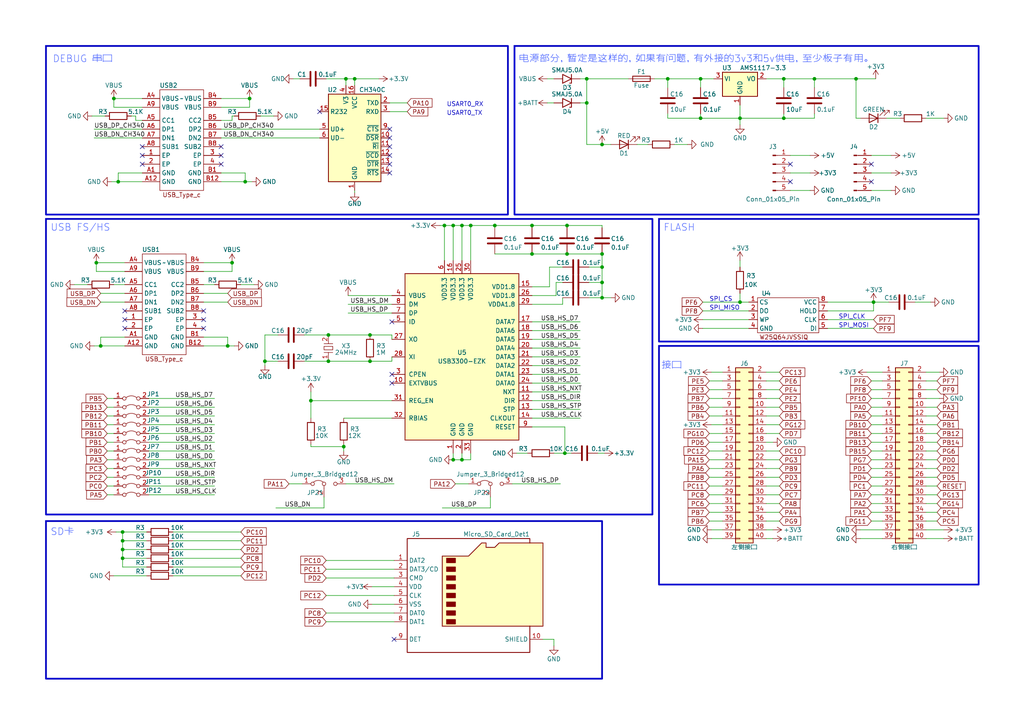
<source format=kicad_sch>
(kicad_sch (version 20230121) (generator eeschema)
  (paper "A4")
  (title_block (title "db_gd32f450") (date "2023-07-18"))
  (lib_symbols
    (symbol "Connector:Conn_01x05_Pin" (pin_names (offset 1.016) hide)
      (property "Reference" "J" (at 0 7.62 0))
      (property "Value" "Conn_01x05_Pin" (at 0 -7.62 0))
      (symbol "Conn_01x05_Pin_1_1"
        (pin passive line (at 5.08 5.08 180) (length 3.81) (name "Pin_1") (number "1"))
        (pin passive line (at 5.08 2.54 180) (length 3.81) (name "Pin_2") (number "2"))
        (pin passive line (at 5.08 0 180) (length 3.81) (name "Pin_3") (number "3"))
        (pin passive line (at 5.08 -2.54 180) (length 3.81) (name "Pin_4") (number "4"))
        (pin passive line (at 5.08 -5.08 180) (length 3.81) (name "Pin_5") (number "5"))
      )
    )
    (symbol "Connector:Micro_SD_Card_Det1"
      (property "Reference" "J" (at -16.51 17.78 0))
      (property "Value" "Micro_SD_Card_Det1" (at 16.51 17.78 0))
      (symbol "Micro_SD_Card_Det1_1_1"
        (pin bidirectional line (at -22.86 10.16 0) (length 3.81) (name "DAT2") (number "1"))
        (pin passive line (at 20.32 -12.7 180) (length 3.81) (name "SHIELD") (number "10"))
        (pin bidirectional line (at -22.86 7.62 0) (length 3.81) (name "DAT3/CD") (number "2"))
        (pin input line (at -22.86 5.08 0) (length 3.81) (name "CMD") (number "3"))
        (pin power_in line (at -22.86 2.54 0) (length 3.81) (name "VDD") (number "4"))
        (pin input line (at -22.86 0 0) (length 3.81) (name "CLK") (number "5"))
        (pin power_in line (at -22.86 -2.54 0) (length 3.81) (name "VSS") (number "6"))
        (pin bidirectional line (at -22.86 -5.08 0) (length 3.81) (name "DAT0") (number "7"))
        (pin bidirectional line (at -22.86 -7.62 0) (length 3.81) (name "DAT1") (number "8"))
        (pin passive line (at -22.86 -12.7 0) (length 3.81) (name "DET") (number "9"))
      )
    )
    (symbol "Connector_Generic:Conn_02x20_Odd_Even" (pin_names (offset 1.016) hide)
      (property "Reference" "J" (at 1.27 25.4 0))
      (property "Value" "Conn_02x20_Odd_Even" (at 1.27 -27.94 0))
      (symbol "Conn_02x20_Odd_Even_1_1"
        (pin passive line (at -5.08 22.86 0) (length 3.81) (name "Pin_1") (number "1"))
        (pin passive line (at 7.62 12.7 180) (length 3.81) (name "Pin_10") (number "10"))
        (pin passive line (at -5.08 10.16 0) (length 3.81) (name "Pin_11") (number "11"))
        (pin passive line (at 7.62 10.16 180) (length 3.81) (name "Pin_12") (number "12"))
        (pin passive line (at -5.08 7.62 0) (length 3.81) (name "Pin_13") (number "13"))
        (pin passive line (at 7.62 7.62 180) (length 3.81) (name "Pin_14") (number "14"))
        (pin passive line (at -5.08 5.08 0) (length 3.81) (name "Pin_15") (number "15"))
        (pin passive line (at 7.62 5.08 180) (length 3.81) (name "Pin_16") (number "16"))
        (pin passive line (at -5.08 2.54 0) (length 3.81) (name "Pin_17") (number "17"))
        (pin passive line (at 7.62 2.54 180) (length 3.81) (name "Pin_18") (number "18"))
        (pin passive line (at -5.08 0 0) (length 3.81) (name "Pin_19") (number "19"))
        (pin passive line (at 7.62 22.86 180) (length 3.81) (name "Pin_2") (number "2"))
        (pin passive line (at 7.62 0 180) (length 3.81) (name "Pin_20") (number "20"))
        (pin passive line (at -5.08 -2.54 0) (length 3.81) (name "Pin_21") (number "21"))
        (pin passive line (at 7.62 -2.54 180) (length 3.81) (name "Pin_22") (number "22"))
        (pin passive line (at -5.08 -5.08 0) (length 3.81) (name "Pin_23") (number "23"))
        (pin passive line (at 7.62 -5.08 180) (length 3.81) (name "Pin_24") (number "24"))
        (pin passive line (at -5.08 -7.62 0) (length 3.81) (name "Pin_25") (number "25"))
        (pin passive line (at 7.62 -7.62 180) (length 3.81) (name "Pin_26") (number "26"))
        (pin passive line (at -5.08 -10.16 0) (length 3.81) (name "Pin_27") (number "27"))
        (pin passive line (at 7.62 -10.16 180) (length 3.81) (name "Pin_28") (number "28"))
        (pin passive line (at -5.08 -12.7 0) (length 3.81) (name "Pin_29") (number "29"))
        (pin passive line (at -5.08 20.32 0) (length 3.81) (name "Pin_3") (number "3"))
        (pin passive line (at 7.62 -12.7 180) (length 3.81) (name "Pin_30") (number "30"))
        (pin passive line (at -5.08 -15.24 0) (length 3.81) (name "Pin_31") (number "31"))
        (pin passive line (at 7.62 -15.24 180) (length 3.81) (name "Pin_32") (number "32"))
        (pin passive line (at -5.08 -17.78 0) (length 3.81) (name "Pin_33") (number "33"))
        (pin passive line (at 7.62 -17.78 180) (length 3.81) (name "Pin_34") (number "34"))
        (pin passive line (at -5.08 -20.32 0) (length 3.81) (name "Pin_35") (number "35"))
        (pin passive line (at 7.62 -20.32 180) (length 3.81) (name "Pin_36") (number "36"))
        (pin passive line (at -5.08 -22.86 0) (length 3.81) (name "Pin_37") (number "37"))
        (pin passive line (at 7.62 -22.86 180) (length 3.81) (name "Pin_38") (number "38"))
        (pin passive line (at -5.08 -25.4 0) (length 3.81) (name "Pin_39") (number "39"))
        (pin passive line (at 7.62 20.32 180) (length 3.81) (name "Pin_4") (number "4"))
        (pin passive line (at 7.62 -25.4 180) (length 3.81) (name "Pin_40") (number "40"))
        (pin passive line (at -5.08 17.78 0) (length 3.81) (name "Pin_5") (number "5"))
        (pin passive line (at 7.62 17.78 180) (length 3.81) (name "Pin_6") (number "6"))
        (pin passive line (at -5.08 15.24 0) (length 3.81) (name "Pin_7") (number "7"))
        (pin passive line (at 7.62 15.24 180) (length 3.81) (name "Pin_8") (number "8"))
        (pin passive line (at -5.08 12.7 0) (length 3.81) (name "Pin_9") (number "9"))
      )
    )
    (symbol "Device:C" (pin_numbers hide) (pin_names (offset 0.254))
      (property "Reference" "C" (at 0.635 2.54 0))
      (property "Value" "C" (at 0.635 -2.54 0))
      (symbol "C_1_1"
        (pin passive line (at 0 3.81 270) (length 2.794) (name "~") (number "1"))
        (pin passive line (at 0 -3.81 90) (length 2.794) (name "~") (number "2"))
      )
    )
    (symbol "Device:Fuse" (pin_numbers hide) (pin_names (offset 0))
      (property "Reference" "F" (at 2.032 0 90))
      (property "Value" "Fuse" (at -1.905 0 90))
      (symbol "Fuse_1_1"
        (pin passive line (at 0 3.81 270) (length 1.27) (name "~") (number "1"))
        (pin passive line (at 0 -3.81 90) (length 1.27) (name "~") (number "2"))
      )
    )
    (symbol "Device:LED" (pin_numbers hide) (pin_names (offset 1.016) hide)
      (property "Reference" "D" (at 0 2.54 0))
      (property "Value" "LED" (at 0 -2.54 0))
      (symbol "LED_1_1"
        (pin passive line (at -3.81 0 0) (length 2.54) (name "K") (number "1"))
        (pin passive line (at 3.81 0 180) (length 2.54) (name "A") (number "2"))
      )
    )
    (symbol "Device:R" (pin_numbers hide) (pin_names (offset 0))
      (property "Reference" "R" (at 2.032 0 90))
      (property "Value" "R" (at 0 0 90))
      (symbol "R_1_1"
        (pin passive line (at 0 3.81 270) (length 1.27) (name "~") (number "1"))
        (pin passive line (at 0 -3.81 90) (length 1.27) (name "~") (number "2"))
      )
    )
    (symbol "Diode:SMAJ5.0A" (pin_numbers hide) (pin_names (offset 1.016) hide)
      (property "Reference" "D" (at 0 2.54 0))
      (property "Value" "SMAJ5.0A" (at 0 -2.54 0))
      (symbol "SMAJ5.0A_1_1"
        (pin passive line (at -3.81 0 0) (length 2.54) (name "A1") (number "1"))
        (pin passive line (at 3.81 0 180) (length 2.54) (name "A2") (number "2"))
      )
    )
    (symbol "Interface_USB:CH340C"
      (property "Reference" "U" (at -5.08 13.97 0))
      (property "Value" "CH340C" (at 1.27 13.97 0))
      (symbol "CH340C_1_1"
        (pin power_in line (at 0 -15.24 90) (length 2.54) (name "GND") (number "1"))
        (pin input line (at 10.16 0 180) (length 2.54) (name "~{DSR}") (number "10"))
        (pin input line (at 10.16 -2.54 180) (length 2.54) (name "~{RI}") (number "11"))
        (pin input line (at 10.16 -5.08 180) (length 2.54) (name "~{DCD}") (number "12"))
        (pin output line (at 10.16 -7.62 180) (length 2.54) (name "~{DTR}") (number "13"))
        (pin output line (at 10.16 -10.16 180) (length 2.54) (name "~{RTS}") (number "14"))
        (pin input line (at -10.16 7.62 0) (length 2.54) (name "R232") (number "15"))
        (pin power_in line (at 0 15.24 270) (length 2.54) (name "VCC") (number "16"))
        (pin output line (at 10.16 10.16 180) (length 2.54) (name "TXD") (number "2"))
        (pin input line (at 10.16 7.62 180) (length 2.54) (name "RXD") (number "3"))
        (pin passive line (at -2.54 15.24 270) (length 2.54) (name "V3") (number "4"))
        (pin bidirectional line (at -10.16 2.54 0) (length 2.54) (name "UD+") (number "5"))
        (pin bidirectional line (at -10.16 0 0) (length 2.54) (name "UD-") (number "6"))
        (pin no_connect line (at -7.62 -7.62 0) (length 2.54) hide (name "NC") (number "7"))
        (pin no_connect line (at -7.62 -10.16 0) (length 2.54) hide (name "NC") (number "8"))
        (pin input line (at 10.16 2.54 180) (length 2.54) (name "~{CTS}") (number "9"))
      )
    )
    (symbol "Interface_USB:USB3300-EZK" (pin_names (offset 1.016))
      (property "Reference" "U" (at 0 1.27 0))
      (property "Value" "USB3300-EZK" (at 0 -1.27 0))
      (symbol "USB3300-EZK_1_1"
        (pin power_in line (at -2.54 -27.94 90) (length 3.81) (name "GND") (number "1"))
        (pin input line (at -20.32 -7.62 0) (length 3.81) (name "EXTVBUS") (number "10"))
        (pin output line (at 20.32 -10.16 180) (length 3.81) (name "NXT") (number "11"))
        (pin output line (at 20.32 -12.7 180) (length 3.81) (name "DIR") (number "12"))
        (pin input line (at 20.32 -15.24 180) (length 3.81) (name "STP") (number "13"))
        (pin output line (at 20.32 -17.78 180) (length 3.81) (name "CLKOUT") (number "14"))
        (pin power_out line (at 20.32 20.32 180) (length 3.81) (name "VDD1.8") (number "15"))
        (pin power_in line (at -2.54 27.94 270) (length 3.81) (name "VDD3.3") (number "16"))
        (pin bidirectional line (at 20.32 10.16 180) (length 3.81) (name "DATA7") (number "17"))
        (pin bidirectional line (at 20.32 7.62 180) (length 3.81) (name "DATA6") (number "18"))
        (pin bidirectional line (at 20.32 5.08 180) (length 3.81) (name "DATA5") (number "19"))
        (pin power_in line (at 0 -27.94 90) (length 3.81) (name "GND") (number "2"))
        (pin bidirectional line (at 20.32 2.54 180) (length 3.81) (name "DATA4") (number "20"))
        (pin bidirectional line (at 20.32 0 180) (length 3.81) (name "DATA3") (number "21"))
        (pin bidirectional line (at 20.32 -2.54 180) (length 3.81) (name "DATA2") (number "22"))
        (pin bidirectional line (at 20.32 -5.08 180) (length 3.81) (name "DATA1") (number "23"))
        (pin bidirectional line (at 20.32 -7.62 180) (length 3.81) (name "DATA0") (number "24"))
        (pin power_in line (at 0 27.94 270) (length 3.81) (name "VDD3.3") (number "25"))
        (pin power_out line (at 20.32 17.78 180) (length 3.81) (name "VDD1.8") (number "26"))
        (pin output line (at -20.32 5.08 0) (length 3.81) (name "XO") (number "27"))
        (pin input line (at -20.32 0 0) (length 3.81) (name "XI") (number "28"))
        (pin power_out line (at 20.32 15.24 180) (length 3.81) (name "VDDA1.8") (number "29"))
        (pin output line (at -20.32 -5.08 0) (length 3.81) (name "CPEN") (number "3"))
        (pin power_in line (at 2.54 27.94 270) (length 3.81) (name "VDD3.3") (number "30"))
        (pin bidirectional line (at -20.32 -12.7 0) (length 3.81) (name "REG_EN") (number "31"))
        (pin passive line (at -20.32 -17.78 0) (length 3.81) (name "RBIAS") (number "32"))
        (pin power_in line (at 2.54 -27.94 90) (length 3.81) (name "GND") (number "33"))
        (pin power_in line (at -20.32 17.78 0) (length 3.81) (name "VBUS") (number "4"))
        (pin input line (at -20.32 10.16 0) (length 3.81) (name "ID") (number "5"))
        (pin power_in line (at -5.08 27.94 270) (length 3.81) (name "VDD3.3") (number "6"))
        (pin bidirectional line (at -20.32 12.7 0) (length 3.81) (name "DP") (number "7"))
        (pin bidirectional line (at -20.32 15.24 0) (length 3.81) (name "DM") (number "8"))
        (pin input line (at 20.32 -20.32 180) (length 3.81) (name "RESET") (number "9"))
      )
    )
    (symbol "Jumper:Jumper_2_Bridged" (pin_names (offset 0) hide)
      (property "Reference" "JP" (at 0 1.905 0))
      (property "Value" "Jumper_2_Bridged" (at 0 -2.54 0))
      (symbol "Jumper_2_Bridged_1_1"
        (pin passive line (at -5.08 0 0) (length 2.54) (name "A") (number "1"))
        (pin passive line (at 5.08 0 180) (length 2.54) (name "B") (number "2"))
      )
    )
    (symbol "Jumper:Jumper_3_Bridged12" (pin_names (offset 0) hide)
      (property "Reference" "JP" (at -2.54 -2.54 0))
      (property "Value" "Jumper_3_Bridged12" (at 0 2.794 0))
      (symbol "Jumper_3_Bridged12_1_1"
        (pin passive line (at -6.35 0 0) (length 2.54) (name "A") (number "1"))
        (pin passive line (at 0 -3.81 90) (length 2.54) (name "C") (number "2"))
        (pin passive line (at 6.35 0 180) (length 2.54) (name "B") (number "3"))
      )
    )
    (symbol "Regulator_Linear:AMS1117-3.3"
      (property "Reference" "U" (at -3.81 3.175 0))
      (property "Value" "AMS1117-3.3" (at 0 3.175 0))
      (symbol "AMS1117-3.3_1_1"
        (pin power_in line (at 0 -7.62 90) (length 2.54) (name "GND") (number "1"))
        (pin power_out line (at 7.62 0 180) (length 2.54) (name "VO") (number "2"))
        (pin power_in line (at -7.62 0 0) (length 2.54) (name "VI") (number "3"))
      )
    )
    (symbol "os_crystal_oscillator_libary:CRY_2PIN"
      (property "Reference" "X" (at -2.54 0 0))
      (property "Value" "CRY_2PIN" (at -2.54 -5.08 0))
      (symbol "CRY_2PIN_1_1"
        (pin passive line (at -6.35 -2.54 0) (length 2.54) (name "") (number "1"))
        (pin passive line (at 1.27 -2.54 180) (length 2.54) (name "") (number "2"))
      )
    )
    (symbol "os_memory_libary:W25Q64JVSSIQ"
      (property "Reference" "U" (at 0 0 0))
      (symbol "W25Q64JVSSIQ_0_0"
        (text "" (at -8.89 5.08 0) (effects (font (size 1.27 1.27))))
      )
      (symbol "W25Q64JVSSIQ_1_1"
        (text "W25Q64JVSSIQ\n" (at 5.08 -12.7 0) (effects (font (size 1.27 1.27))))
        (pin passive line (at -5.08 -2.54 0) (length 2.54) (name "CS") (number "1"))
        (pin passive line (at -5.08 -5.08 0) (length 2.54) (name "DO") (number "2"))
        (pin passive line (at -5.08 -7.62 0) (length 2.54) (name "WP") (number "3"))
        (pin passive line (at -5.08 -10.16 0) (length 2.54) (name "GND") (number "4"))
        (pin passive line (at 17.78 -10.16 180) (length 2.54) (name "DI") (number "5"))
        (pin passive line (at 17.78 -7.62 180) (length 2.54) (name "CLK") (number "6"))
        (pin passive line (at 17.78 -5.08 180) (length 2.54) (name "HOLD") (number "7"))
        (pin passive line (at 17.78 -2.54 180) (length 2.54) (name "VCC") (number "8"))
      )
    )
    (symbol "os_usb_libary:usb_typec"
      (property "Reference" "USB" (at -3.81 3.81 0))
      (symbol "usb_typec_0_0"
        (text "" (at -16.51 3.81 0) (effects (font (size 1.27 1.27))))
        (text "" (at -7.62 -16.51 0) (effects (font (size 1.27 1.27))))
        (text "" (at 6.35 -16.51 0) (effects (font (size 1.27 1.27))))
        (text "" (at 11.43 -11.43 0) (effects (font (size 1.27 1.27))))
        (text "" (at 21.59 -3.81 0) (effects (font (size 1.27 1.27))))
      )
      (symbol "usb_typec_1_1"
        (text "USB_Type_c" (at 0 -27.94 0) (effects (font (size 1.27 1.27))))
        (pin passive line (at -11.43 -16.51 0) (length 5.08) (name "EP") (number "1"))
        (pin passive line (at -11.43 -19.05 0) (length 5.08) (name "EP") (number "2"))
        (pin passive line (at 11.43 -16.51 180) (length 5.08) (name "EP") (number "3"))
        (pin passive line (at 11.43 -19.05 180) (length 5.08) (name "EP") (number "4"))
        (pin passive line (at -11.43 -21.59 0) (length 5.08) (name "GND") (number "A1"))
        (pin passive line (at -11.43 -24.13 0) (length 5.08) (name "GND") (number "A12"))
        (pin passive line (at -11.43 0 0) (length 5.08) (name "VBUS") (number "A4"))
        (pin bidirectional line (at -11.43 -6.35 0) (length 5.08) (name "CC1") (number "A5"))
        (pin bidirectional line (at -11.43 -8.89 0) (length 5.08) (name "DP1") (number "A6"))
        (pin bidirectional line (at -11.43 -11.43 0) (length 5.08) (name "DN1") (number "A7"))
        (pin bidirectional line (at -11.43 -13.97 0) (length 5.08) (name "SUB1") (number "A8"))
        (pin passive line (at -11.43 -2.54 0) (length 5.08) (name "VBUS") (number "A9"))
        (pin passive line (at 11.43 -21.59 180) (length 5.08) (name "GND") (number "B1"))
        (pin passive line (at 11.43 -24.13 180) (length 5.08) (name "GND") (number "B12"))
        (pin passive line (at 11.43 0 180) (length 5.08) (name "VBUS") (number "B4"))
        (pin bidirectional line (at 11.43 -6.35 180) (length 5.08) (name "CC2") (number "B5"))
        (pin bidirectional line (at 11.43 -8.89 180) (length 5.08) (name "DP2") (number "B6"))
        (pin bidirectional line (at 11.43 -11.43 180) (length 5.08) (name "DN2") (number "B7"))
        (pin bidirectional line (at 11.43 -13.97 180) (length 5.08) (name "SUB2") (number "B8"))
        (pin passive line (at 11.43 -2.54 180) (length 5.08) (name "VBUS") (number "B9"))
      )
    )
    (symbol "power:+3.3V" (power) (pin_names (offset 0))
      (property "Value" "+3.3V" (at 0 3.556 0))
      (symbol "+3.3V_1_1"
        (pin power_in line (at 0 0 90) (length 0) hide (name "+3.3V") (number "1"))
      )
    )
    (symbol "power:+3V3" (power) (pin_names (offset 0))
      (property "Value" "+3V3" (at 0 3.556 0))
      (symbol "+3V3_1_1"
        (pin power_in line (at 0 0 90) (length 0) hide (name "+3V3") (number "1"))
      )
    )
    (symbol "power:+5V" (power) (pin_names (offset 0))
      (property "Value" "+5V" (at 0 3.556 0))
      (symbol "+5V_1_1"
        (pin power_in line (at 0 0 90) (length 0) hide (name "+5V") (number "1"))
      )
    )
    (symbol "power:+BATT" (power) (pin_names (offset 0))
      (property "Value" "+BATT" (at 0 3.556 0))
      (symbol "+BATT_1_1"
        (pin power_in line (at 0 0 90) (length 0) hide (name "+BATT") (number "1"))
      )
    )
    (symbol "power:GND" (power) (pin_names (offset 0))
      (property "Value" "GND" (at 0 -3.81 0))
      (symbol "GND_1_1"
        (pin power_in line (at 0 0 270) (length 0) hide (name "GND") (number "1"))
      )
    )
    (symbol "power:VBUS" (power) (pin_names (offset 0))
      (property "Value" "VBUS" (at 0 3.81 0))
      (symbol "VBUS_1_1"
        (pin power_in line (at 0 0 90) (length 0) hide (name "VBUS") (number "1"))
      )
    )
  )
  (junction (at 95.25 104.775))
  (junction (at 227.33 34.29))
  (junction (at 35.56 156.845))
  (junction (at 170.18 29.845))
  (junction (at 203.2 34.29))
  (junction (at 143.51 65.405))
  (junction (at 35.56 154.305))
  (junction (at 67.31 76.2))
  (junction (at 203.2 22.86))
  (junction (at 133.985 133.35))
  (junction (at 133.985 65.405))
  (junction (at 174.625 73.66))
  (junction (at 174.625 81.915))
  (junction (at 164.465 73.66))
  (junction (at 33.02 28.575))
  (junction (at 72.39 28.575))
  (junction (at 90.17 116.205))
  (junction (at 107.315 104.775))
  (junction (at 99.695 129.54))
  (junction (at 170.18 22.86))
  (junction (at 174.625 41.91))
  (junction (at 100.33 22.86))
  (junction (at 154.305 65.405))
  (junction (at 214.63 34.29))
  (junction (at 214.63 87.63))
  (junction (at 193.675 22.86))
  (junction (at 128.905 65.405))
  (junction (at 102.87 22.86))
  (junction (at 107.315 97.155))
  (junction (at 76.835 104.775))
  (junction (at 66.04 100.33))
  (junction (at 253.365 87.63))
  (junction (at 35.56 159.385))
  (junction (at 35.56 161.925))
  (junction (at 136.525 65.405))
  (junction (at 95.25 97.155))
  (junction (at 34.29 52.705))
  (junction (at 164.465 65.405))
  (junction (at 131.445 133.35))
  (junction (at 71.12 52.705))
  (junction (at 174.625 77.47))
  (junction (at 154.305 73.66))
  (junction (at 163.83 131.445))
  (junction (at 131.445 65.405))
  (junction (at 27.94 76.2))
  (junction (at 227.33 22.86))
  (junction (at 236.22 22.86))
  (junction (at 29.21 100.33))
  (junction (at 174.625 86.36))
  (junction (at 248.285 22.86))
  (no_connect (at 113.03 50.165))
  (no_connect (at 113.665 93.345))
  (no_connect (at 113.665 108.585))
  (no_connect (at 36.195 90.17))
  (no_connect (at 59.055 90.17))
  (no_connect (at 64.135 42.545))
  (no_connect (at 64.135 45.085))
  (no_connect (at 113.665 111.125))
  (no_connect (at 252.73 52.705))
  (no_connect (at 114.3 185.42))
  (no_connect (at 252.73 47.625))
  (no_connect (at 229.235 47.625))
  (no_connect (at 36.195 95.25))
  (no_connect (at 41.275 42.545))
  (no_connect (at 59.055 95.25))
  (no_connect (at 41.275 47.625))
  (no_connect (at 113.03 47.625))
  (no_connect (at 92.71 32.385))
  (no_connect (at 59.055 92.71))
  (no_connect (at 64.135 47.625))
  (no_connect (at 229.235 52.705))
  (no_connect (at 113.03 37.465))
  (no_connect (at 113.03 40.005))
  (no_connect (at 41.275 45.085))
  (no_connect (at 113.03 42.545))
  (no_connect (at 113.03 45.085))
  (no_connect (at 36.195 92.71))
  (wire (pts (xy 252.73 130.81) (xy 255.905 130.81)))
  (wire (pts (xy 100.33 140.335) (xy 114.3 140.335)))
  (wire (pts (xy 222.25 148.59) (xy 226.06 148.59)))
  (wire (pts (xy 43.18 125.73) (xy 62.23 125.73)))
  (wire (pts (xy 80.645 97.155) (xy 76.835 97.155)))
  (wire (pts (xy 59.055 82.55) (xy 62.23 82.55)))
  (wire (pts (xy 159.385 83.185) (xy 159.385 77.47)))
  (wire (pts (xy 154.305 116.205) (xy 168.275 116.205)))
  (wire (pts (xy 214.63 85.09) (xy 214.63 87.63)))
  (wire (pts (xy 206.375 107.95) (xy 209.55 107.95)))
  (wire (pts (xy 268.605 118.11) (xy 271.78 118.11)))
  (wire (pts (xy 205.74 133.35) (xy 209.55 133.35)))
  (wire (pts (xy 35.56 156.845) (xy 35.56 154.305)))
  (wire (pts (xy 249.555 153.67) (xy 255.905 153.67)))
  (wire (pts (xy 113.665 103.505) (xy 113.665 104.775)))
  (wire (pts (xy 42.545 164.465) (xy 35.56 164.465)))
  (wire (pts (xy 154.305 123.825) (xy 163.83 123.825)))
  (wire (pts (xy 205.74 120.65) (xy 209.55 120.65)))
  (wire (pts (xy 33.02 167.005) (xy 42.545 167.005)))
  (wire (pts (xy 35.56 159.385) (xy 35.56 156.845)))
  (wire (pts (xy 136.525 133.35) (xy 136.525 131.445)))
  (wire (pts (xy 34.29 50.165) (xy 34.29 52.705)))
  (wire (pts (xy 205.74 118.11) (xy 209.55 118.11)))
  (wire (pts (xy 136.525 65.405) (xy 136.525 75.565)))
  (wire (pts (xy 252.73 115.57) (xy 255.905 115.57)))
  (wire (pts (xy 39.37 33.655) (xy 39.37 34.925)))
  (wire (pts (xy 100.33 22.86) (xy 102.87 22.86)))
  (wire (pts (xy 131.445 65.405) (xy 131.445 75.565)))
  (wire (pts (xy 35.56 164.465) (xy 35.56 161.925)))
  (wire (pts (xy 29.21 100.33) (xy 36.195 100.33)))
  (wire (pts (xy 131.445 133.35) (xy 133.985 133.35)))
  (wire (pts (xy 42.545 161.925) (xy 35.56 161.925)))
  (wire (pts (xy 67.31 34.925) (xy 64.135 34.925)))
  (wire (pts (xy 193.675 22.86) (xy 203.2 22.86)))
  (wire (pts (xy 174.625 77.47) (xy 174.625 81.915)))
  (wire (pts (xy 154.305 65.405) (xy 154.305 66.04)))
  (wire (pts (xy 214.63 75.565) (xy 214.63 77.47)))
  (wire (pts (xy 252.73 128.27) (xy 255.905 128.27)))
  (wire (pts (xy 170.18 29.845) (xy 170.18 22.86)))
  (wire (pts (xy 27.305 100.33) (xy 29.21 100.33)))
  (wire (pts (xy 248.285 34.29) (xy 249.555 34.29)))
  (wire (pts (xy 102.87 22.86) (xy 109.855 22.86)))
  (wire (pts (xy 203.2 22.86) (xy 207.01 22.86)))
  (wire (pts (xy 100.33 24.765) (xy 100.33 22.86)))
  (wire (pts (xy 149.86 131.445) (xy 153.035 131.445)))
  (wire (pts (xy 71.12 50.165) (xy 71.12 52.705)))
  (wire (pts (xy 257.175 34.29) (xy 260.985 34.29)))
  (wire (pts (xy 83.82 140.335) (xy 87.63 140.335)))
  (wire (pts (xy 100.965 88.265) (xy 113.665 88.265)))
  (wire (pts (xy 161.29 85.725) (xy 161.29 81.915)))
  (wire (pts (xy 252.73 146.05) (xy 255.905 146.05)))
  (wire (pts (xy 268.605 133.35) (xy 271.78 133.35)))
  (wire (pts (xy 206.375 153.67) (xy 209.55 153.67)))
  (wire (pts (xy 43.18 128.27) (xy 62.23 128.27)))
  (wire (pts (xy 203.835 95.25) (xy 217.17 95.25)))
  (wire (pts (xy 76.835 97.155) (xy 76.835 104.775)))
  (wire (pts (xy 160.655 185.42) (xy 160.655 187.325)))
  (wire (pts (xy 222.25 118.11) (xy 226.06 118.11)))
  (wire (pts (xy 59.055 78.74) (xy 67.31 78.74)))
  (wire (pts (xy 33.655 154.305) (xy 35.56 154.305)))
  (wire (pts (xy 107.95 170.18) (xy 114.3 170.18)))
  (wire (pts (xy 268.605 135.89) (xy 271.78 135.89)))
  (wire (pts (xy 174.625 66.04) (xy 174.625 65.405)))
  (wire (pts (xy 252.73 151.13) (xy 255.905 151.13)))
  (wire (pts (xy 252.73 120.65) (xy 255.905 120.65)))
  (wire (pts (xy 100.965 90.805) (xy 113.665 90.805)))
  (wire (pts (xy 31.115 128.27) (xy 33.02 128.27)))
  (wire (pts (xy 113.03 29.845) (xy 118.11 29.845)))
  (wire (pts (xy 205.74 143.51) (xy 209.55 143.51)))
  (wire (pts (xy 189.865 22.86) (xy 193.675 22.86)))
  (wire (pts (xy 127.635 65.405) (xy 128.905 65.405)))
  (wire (pts (xy 268.605 120.65) (xy 271.78 120.65)))
  (wire (pts (xy 94.615 22.86) (xy 100.33 22.86)))
  (wire (pts (xy 113.03 32.385) (xy 118.11 32.385)))
  (wire (pts (xy 90.17 129.54) (xy 99.695 129.54)))
  (wire (pts (xy 205.74 138.43) (xy 209.55 138.43)))
  (wire (pts (xy 132.08 140.335) (xy 135.89 140.335)))
  (wire (pts (xy 214.63 34.29) (xy 214.63 30.48)))
  (wire (pts (xy 99.695 129.54) (xy 99.695 128.905)))
  (wire (pts (xy 128.905 65.405) (xy 131.445 65.405)))
  (wire (pts (xy 33.02 82.55) (xy 36.195 82.55)))
  (wire (pts (xy 222.25 22.86) (xy 227.33 22.86)))
  (wire (pts (xy 75.565 33.655) (xy 79.375 33.655)))
  (wire (pts (xy 193.675 22.86) (xy 193.675 25.4)))
  (wire (pts (xy 168.275 22.86) (xy 170.18 22.86)))
  (wire (pts (xy 88.265 104.775) (xy 95.25 104.775)))
  (wire (pts (xy 94.615 177.8) (xy 114.3 177.8)))
  (wire (pts (xy 86.995 22.86) (xy 85.09 22.86)))
  (wire (pts (xy 158.75 29.845) (xy 160.655 29.845)))
  (wire (pts (xy 107.95 175.26) (xy 114.3 175.26)))
  (wire (pts (xy 43.18 118.11) (xy 62.23 118.11)))
  (wire (pts (xy 154.305 121.285) (xy 168.275 121.285)))
  (wire (pts (xy 73.66 82.55) (xy 69.85 82.55)))
  (wire (pts (xy 158.75 22.86) (xy 160.655 22.86)))
  (wire (pts (xy 222.25 128.27) (xy 224.155 128.27)))
  (wire (pts (xy 170.18 41.91) (xy 170.18 29.845)))
  (wire (pts (xy 43.18 115.57) (xy 62.23 115.57)))
  (wire (pts (xy 229.235 45.085) (xy 234.95 45.085)))
  (wire (pts (xy 170.815 77.47) (xy 174.625 77.47)))
  (wire (pts (xy 222.25 130.81) (xy 226.06 130.81)))
  (wire (pts (xy 268.605 151.13) (xy 271.78 151.13)))
  (wire (pts (xy 268.605 140.97) (xy 271.78 140.97)))
  (wire (pts (xy 203.835 92.71) (xy 217.17 92.71)))
  (wire (pts (xy 222.25 115.57) (xy 226.06 115.57)))
  (wire (pts (xy 268.605 128.27) (xy 271.78 128.27)))
  (wire (pts (xy 99.695 121.285) (xy 113.665 121.285)))
  (wire (pts (xy 136.525 65.405) (xy 143.51 65.405)))
  (wire (pts (xy 236.22 34.29) (xy 227.33 34.29)))
  (wire (pts (xy 154.305 103.505) (xy 168.275 103.505)))
  (wire (pts (xy 236.22 33.02) (xy 236.22 34.29)))
  (wire (pts (xy 252.73 148.59) (xy 255.905 148.59)))
  (wire (pts (xy 163.83 123.825) (xy 163.83 131.445)))
  (wire (pts (xy 193.675 34.29) (xy 203.2 34.29)))
  (wire (pts (xy 248.285 22.86) (xy 254 22.86)))
  (wire (pts (xy 31.115 143.51) (xy 33.02 143.51)))
  (wire (pts (xy 29.21 87.63) (xy 36.195 87.63)))
  (wire (pts (xy 154.305 100.965) (xy 168.275 100.965)))
  (wire (pts (xy 170.18 22.86) (xy 182.245 22.86)))
  (wire (pts (xy 31.115 140.97) (xy 33.02 140.97)))
  (wire (pts (xy 88.265 97.155) (xy 95.25 97.155)))
  (wire (pts (xy 31.115 115.57) (xy 33.02 115.57)))
  (wire (pts (xy 227.33 22.86) (xy 236.22 22.86)))
  (wire (pts (xy 222.25 135.89) (xy 226.06 135.89)))
  (wire (pts (xy 174.625 73.66) (xy 174.625 77.47)))
  (wire (pts (xy 205.74 140.97) (xy 209.55 140.97)))
  (wire (pts (xy 252.73 135.89) (xy 255.905 135.89)))
  (wire (pts (xy 154.305 108.585) (xy 168.275 108.585)))
  (wire (pts (xy 93.98 147.32) (xy 93.98 144.145)))
  (wire (pts (xy 67.31 33.655) (xy 67.31 34.925)))
  (wire (pts (xy 205.74 110.49) (xy 209.55 110.49)))
  (wire (pts (xy 133.985 131.445) (xy 133.985 133.35)))
  (wire (pts (xy 143.51 73.66) (xy 154.305 73.66)))
  (wire (pts (xy 222.25 107.95) (xy 226.06 107.95)))
  (wire (pts (xy 35.56 161.925) (xy 35.56 159.385)))
  (wire (pts (xy 268.605 156.21) (xy 273.685 156.21)))
  (wire (pts (xy 214.63 36.195) (xy 214.63 34.29)))
  (wire (pts (xy 27.305 40.005) (xy 41.275 40.005)))
  (wire (pts (xy 90.17 128.905) (xy 90.17 129.54)))
  (wire (pts (xy 34.29 52.705) (xy 41.275 52.705)))
  (wire (pts (xy 268.605 107.95) (xy 272.415 107.95)))
  (wire (pts (xy 252.73 113.03) (xy 255.905 113.03)))
  (wire (pts (xy 148.59 140.335) (xy 162.56 140.335)))
  (wire (pts (xy 31.115 120.65) (xy 33.02 120.65)))
  (wire (pts (xy 268.605 143.51) (xy 271.78 143.51)))
  (wire (pts (xy 69.85 156.845) (xy 50.165 156.845)))
  (wire (pts (xy 33.02 31.115) (xy 33.02 28.575)))
  (wire (pts (xy 222.25 138.43) (xy 226.06 138.43)))
  (wire (pts (xy 205.74 146.05) (xy 209.55 146.05)))
  (wire (pts (xy 31.115 118.11) (xy 33.02 118.11)))
  (wire (pts (xy 268.605 153.67) (xy 273.685 153.67)))
  (wire (pts (xy 222.25 153.67) (xy 224.155 153.67)))
  (wire (pts (xy 214.63 87.63) (xy 217.17 87.63)))
  (wire (pts (xy 205.74 135.89) (xy 209.55 135.89)))
  (wire (pts (xy 227.33 34.29) (xy 214.63 34.29)))
  (wire (pts (xy 94.615 162.56) (xy 114.3 162.56)))
  (wire (pts (xy 268.605 110.49) (xy 271.78 110.49)))
  (wire (pts (xy 29.21 85.09) (xy 36.195 85.09)))
  (wire (pts (xy 164.465 65.405) (xy 164.465 66.04)))
  (wire (pts (xy 29.21 97.79) (xy 36.195 97.79)))
  (wire (pts (xy 128.27 147.32) (xy 142.24 147.32)))
  (wire (pts (xy 252.73 140.97) (xy 255.905 140.97)))
  (wire (pts (xy 249.555 156.21) (xy 255.905 156.21)))
  (wire (pts (xy 184.785 41.91) (xy 187.96 41.91)))
  (wire (pts (xy 69.85 164.465) (xy 50.165 164.465)))
  (wire (pts (xy 102.87 55.245) (xy 102.87 55.88)))
  (wire (pts (xy 107.315 104.775) (xy 95.25 104.775)))
  (wire (pts (xy 222.25 140.97) (xy 226.06 140.97)))
  (wire (pts (xy 229.235 50.165) (xy 234.95 50.165)))
  (wire (pts (xy 253.365 87.63) (xy 257.81 87.63)))
  (wire (pts (xy 43.18 140.97) (xy 62.23 140.97)))
  (wire (pts (xy 67.31 33.655) (xy 67.945 33.655)))
  (wire (pts (xy 102.87 22.86) (xy 102.87 24.765)))
  (wire (pts (xy 252.73 125.73) (xy 255.905 125.73)))
  (wire (pts (xy 222.25 120.65) (xy 226.06 120.65)))
  (wire (pts (xy 133.985 65.405) (xy 133.985 75.565)))
  (wire (pts (xy 71.12 52.705) (xy 73.025 52.705)))
  (wire (pts (xy 154.305 113.665) (xy 168.275 113.665)))
  (wire (pts (xy 154.305 98.425) (xy 168.275 98.425)))
  (wire (pts (xy 76.835 104.775) (xy 76.835 106.045)))
  (wire (pts (xy 80.01 147.32) (xy 93.98 147.32)))
  (wire (pts (xy 43.18 123.19) (xy 62.23 123.19)))
  (wire (pts (xy 248.285 22.86) (xy 248.285 34.29)))
  (wire (pts (xy 222.25 156.21) (xy 224.155 156.21)))
  (wire (pts (xy 113.665 97.155) (xy 107.315 97.155)))
  (wire (pts (xy 90.17 116.205) (xy 90.17 121.285)))
  (wire (pts (xy 174.625 86.36) (xy 174.625 81.915)))
  (wire (pts (xy 94.615 165.1) (xy 114.3 165.1)))
  (wire (pts (xy 205.74 151.13) (xy 209.55 151.13)))
  (wire (pts (xy 195.58 41.91) (xy 199.39 41.91)))
  (wire (pts (xy 154.305 73.66) (xy 164.465 73.66)))
  (wire (pts (xy 143.51 66.04) (xy 143.51 65.405)))
  (wire (pts (xy 133.985 133.35) (xy 136.525 133.35)))
  (wire (pts (xy 43.18 135.89) (xy 62.23 135.89)))
  (wire (pts (xy 206.375 156.21) (xy 209.55 156.21)))
  (wire (pts (xy 170.815 86.36) (xy 174.625 86.36)))
  (wire (pts (xy 252.73 133.35) (xy 255.905 133.35)))
  (wire (pts (xy 113.665 98.425) (xy 113.665 97.155)))
  (wire (pts (xy 252.73 110.49) (xy 255.905 110.49)))
  (wire (pts (xy 64.135 31.115) (xy 72.39 31.115)))
  (wire (pts (xy 131.445 131.445) (xy 131.445 133.35)))
  (wire (pts (xy 253.365 87.63) (xy 253.365 90.17)))
  (wire (pts (xy 268.605 138.43) (xy 271.78 138.43)))
  (wire (pts (xy 268.605 125.73) (xy 271.78 125.73)))
  (wire (pts (xy 268.605 113.03) (xy 271.78 113.03)))
  (wire (pts (xy 38.1 33.655) (xy 39.37 33.655)))
  (wire (pts (xy 43.18 120.65) (xy 62.23 120.65)))
  (wire (pts (xy 205.74 128.27) (xy 209.55 128.27)))
  (wire (pts (xy 252.73 45.085) (xy 258.445 45.085)))
  (wire (pts (xy 99.695 130.81) (xy 99.695 129.54)))
  (wire (pts (xy 268.605 115.57) (xy 272.415 115.57)))
  (wire (pts (xy 175.26 131.445) (xy 173.355 131.445)))
  (wire (pts (xy 236.22 22.86) (xy 236.22 25.4)))
  (wire (pts (xy 268.605 130.81) (xy 271.78 130.81)))
  (wire (pts (xy 31.115 130.81) (xy 33.02 130.81)))
  (wire (pts (xy 107.315 97.155) (xy 95.25 97.155)))
  (wire (pts (xy 193.675 33.02) (xy 193.675 34.29)))
  (wire (pts (xy 94.615 172.72) (xy 114.3 172.72)))
  (wire (pts (xy 161.29 81.915) (xy 163.195 81.915)))
  (wire (pts (xy 143.51 65.405) (xy 154.305 65.405)))
  (wire (pts (xy 94.615 180.34) (xy 114.3 180.34)))
  (wire (pts (xy 164.465 65.405) (xy 174.625 65.405)))
  (wire (pts (xy 252.73 118.11) (xy 255.905 118.11)))
  (wire (pts (xy 174.625 41.91) (xy 177.165 41.91)))
  (wire (pts (xy 31.115 133.35) (xy 33.02 133.35)))
  (wire (pts (xy 133.985 65.405) (xy 136.525 65.405)))
  (wire (pts (xy 206.375 123.19) (xy 209.55 123.19)))
  (wire (pts (xy 203.2 33.02) (xy 203.2 34.29)))
  (wire (pts (xy 39.37 34.925) (xy 41.275 34.925)))
  (wire (pts (xy 240.03 87.63) (xy 253.365 87.63)))
  (wire (pts (xy 159.385 77.47) (xy 163.195 77.47)))
  (wire (pts (xy 157.48 185.42) (xy 160.655 185.42)))
  (wire (pts (xy 154.305 95.885) (xy 168.275 95.885)))
  (wire (pts (xy 252.73 138.43) (xy 255.905 138.43)))
  (wire (pts (xy 170.815 81.915) (xy 174.625 81.915)))
  (wire (pts (xy 229.235 55.245) (xy 234.95 55.245)))
  (wire (pts (xy 154.305 83.185) (xy 159.385 83.185)))
  (wire (pts (xy 90.17 116.205) (xy 90.17 113.665)))
  (wire (pts (xy 268.605 34.29) (xy 273.685 34.29)))
  (wire (pts (xy 69.85 167.005) (xy 50.165 167.005)))
  (wire (pts (xy 203.2 22.86) (xy 203.2 25.4)))
  (wire (pts (xy 222.25 133.35) (xy 226.06 133.35)))
  (wire (pts (xy 268.605 148.59) (xy 271.78 148.59)))
  (wire (pts (xy 203.2 34.29) (xy 214.63 34.29)))
  (wire (pts (xy 205.74 125.73) (xy 209.55 125.73)))
  (wire (pts (xy 64.135 52.705) (xy 71.12 52.705)))
  (wire (pts (xy 222.25 143.51) (xy 226.06 143.51)))
  (wire (pts (xy 66.04 97.79) (xy 66.04 100.33)))
  (wire (pts (xy 205.74 115.57) (xy 209.55 115.57)))
  (wire (pts (xy 252.73 143.51) (xy 255.905 143.51)))
  (wire (pts (xy 42.545 156.845) (xy 35.56 156.845)))
  (wire (pts (xy 31.115 125.73) (xy 33.02 125.73)))
  (wire (pts (xy 66.04 100.33) (xy 67.945 100.33)))
  (wire (pts (xy 59.055 97.79) (xy 66.04 97.79)))
  (wire (pts (xy 43.18 133.35) (xy 62.23 133.35)))
  (wire (pts (xy 42.545 159.385) (xy 35.56 159.385)))
  (wire (pts (xy 240.03 95.25) (xy 253.365 95.25)))
  (wire (pts (xy 205.74 130.81) (xy 209.55 130.81)))
  (wire (pts (xy 59.055 85.09) (xy 66.04 85.09)))
  (wire (pts (xy 69.85 161.925) (xy 50.165 161.925)))
  (wire (pts (xy 64.135 28.575) (xy 72.39 28.575)))
  (wire (pts (xy 43.18 138.43) (xy 62.23 138.43)))
  (wire (pts (xy 227.33 22.86) (xy 227.33 25.4)))
  (wire (pts (xy 222.25 151.13) (xy 226.06 151.13)))
  (wire (pts (xy 268.605 146.05) (xy 271.78 146.05)))
  (wire (pts (xy 31.115 138.43) (xy 33.02 138.43)))
  (wire (pts (xy 33.02 28.575) (xy 41.275 28.575)))
  (wire (pts (xy 26.67 33.655) (xy 30.48 33.655)))
  (wire (pts (xy 34.29 50.165) (xy 41.275 50.165)))
  (wire (pts (xy 203.835 87.63) (xy 214.63 87.63)))
  (wire (pts (xy 154.305 111.125) (xy 168.275 111.125)))
  (wire (pts (xy 154.305 118.745) (xy 168.275 118.745)))
  (wire (pts (xy 163.195 86.36) (xy 163.195 88.265)))
  (wire (pts (xy 164.465 73.66) (xy 174.625 73.66)))
  (wire (pts (xy 113.665 104.775) (xy 107.315 104.775)))
  (wire (pts (xy 203.835 90.17) (xy 217.17 90.17)))
  (wire (pts (xy 163.195 88.265) (xy 154.305 88.265)))
  (wire (pts (xy 59.055 87.63) (xy 66.04 87.63)))
  (wire (pts (xy 170.18 41.91) (xy 174.625 41.91)))
  (wire (pts (xy 240.03 92.71) (xy 253.365 92.71)))
  (wire (pts (xy 69.85 154.305) (xy 50.165 154.305)))
  (wire (pts (xy 29.21 97.79) (xy 29.21 100.33)))
  (wire (pts (xy 222.25 123.19) (xy 226.06 123.19)))
  (wire (pts (xy 265.43 87.63) (xy 269.875 87.63)))
  (wire (pts (xy 64.135 37.465) (xy 92.71 37.465)))
  (wire (pts (xy 32.385 52.705) (xy 34.29 52.705)))
  (wire (pts (xy 27.94 76.2) (xy 36.195 76.2)))
  (wire (pts (xy 27.305 37.465) (xy 41.275 37.465)))
  (wire (pts (xy 35.56 154.305) (xy 42.545 154.305)))
  (wire (pts (xy 205.74 148.59) (xy 209.55 148.59)))
  (wire (pts (xy 154.305 85.725) (xy 161.29 85.725)))
  (wire (pts (xy 240.03 90.17) (xy 253.365 90.17)))
  (wire (pts (xy 174.625 86.36) (xy 177.165 86.36)))
  (wire (pts (xy 67.31 76.2) (xy 67.31 78.74)))
  (wire (pts (xy 33.02 31.115) (xy 41.275 31.115)))
  (wire (pts (xy 27.94 78.74) (xy 36.195 78.74)))
  (wire (pts (xy 43.18 143.51) (xy 62.23 143.51)))
  (wire (pts (xy 72.39 28.575) (xy 72.39 31.115)))
  (wire (pts (xy 131.445 65.405) (xy 133.985 65.405)))
  (wire (pts (xy 142.24 147.32) (xy 142.24 144.145)))
  (wire (pts (xy 43.18 130.81) (xy 62.23 130.81)))
  (wire (pts (xy 64.135 50.165) (xy 71.12 50.165)))
  (wire (pts (xy 154.305 93.345) (xy 168.275 93.345)))
  (wire (pts (xy 222.25 110.49) (xy 226.06 110.49)))
  (wire (pts (xy 160.655 131.445) (xy 163.83 131.445)))
  (wire (pts (xy 268.605 123.19) (xy 271.78 123.19)))
  (wire (pts (xy 252.73 123.19) (xy 255.905 123.19)))
  (wire (pts (xy 27.94 78.74) (xy 27.94 76.2)))
  (wire (pts (xy 59.055 100.33) (xy 66.04 100.33)))
  (wire (pts (xy 128.905 65.405) (xy 128.905 75.565)))
  (wire (pts (xy 76.835 104.775) (xy 80.645 104.775)))
  (wire (pts (xy 252.73 50.165) (xy 258.445 50.165)))
  (wire (pts (xy 100.965 85.725) (xy 113.665 85.725)))
  (wire (pts (xy 227.33 33.02) (xy 227.33 34.29)))
  (wire (pts (xy 163.83 131.445) (xy 165.735 131.445)))
  (wire (pts (xy 236.22 22.86) (xy 248.285 22.86)))
  (wire (pts (xy 113.665 116.205) (xy 90.17 116.205)))
  (wire (pts (xy 31.115 135.89) (xy 33.02 135.89)))
  (wire (pts (xy 222.25 146.05) (xy 226.06 146.05)))
  (wire (pts (xy 222.25 113.03) (xy 226.06 113.03)))
  (wire (pts (xy 64.135 40.005) (xy 92.71 40.005)))
  (wire (pts (xy 69.85 159.385) (xy 50.165 159.385)))
  (wire (pts (xy 21.59 82.55) (xy 25.4 82.55)))
  (wire (pts (xy 222.25 125.73) (xy 226.06 125.73)))
  (wire (pts (xy 154.305 65.405) (xy 164.465 65.405)))
  (wire (pts (xy 154.305 106.045) (xy 168.275 106.045)))
  (wire (pts (xy 94.615 167.64) (xy 114.3 167.64)))
  (wire (pts (xy 59.055 76.2) (xy 67.31 76.2)))
  (wire (pts (xy 205.74 113.03) (xy 209.55 113.03)))
  (wire (pts (xy 252.73 55.245) (xy 258.445 55.245)))
  (wire (pts (xy 31.115 123.19) (xy 33.02 123.19)))
  (wire (pts (xy 251.46 107.95) (xy 255.905 107.95)))
  (wire (pts (xy 168.275 29.845) (xy 170.18 29.845)))
  (rectangle (start 13.335 13.335) (end 147.32 62.23) (stroke (width 0.5)))
  (rectangle (start 13.335 151.13) (end 174.625 196.85) (stroke (width 0.5)))
  (rectangle (start 191.135 63.5) (end 283.845 99.06) (stroke (width 0.5)))
  (rectangle (start 13.335 63.5) (end 189.23 149.225) (stroke (width 0.5)))
  (rectangle (start 191.135 100.33) (end 283.845 169.545) (stroke (width 0.5)))
  (rectangle (start 149.225 13.335) (end 283.845 62.23) (stroke (width 0.5)))
  (text "SPI_CS" (at 205.74 87.63 0) (effects (font (size 1.27 1.27)) (justify left bottom)))
  (text "接口" (at 191.77 107.315 0) (effects (font (size 2 2)) (justify left bottom)))
  (text "SD卡" (at 14.605 155.575 0) (effects (font (size 2 2)) (justify left bottom)))
  (text "USB FS/HS\n" (at 14.605 67.31 0) (effects (font (size 2 2)) (justify left bottom)))
  (text "USART0_TX" (at 129.54 33.655 0) (effects (font (size 1.27 1.27)) (justify left bottom)))
  (text "DEBUG 串口" (at 15.24 18.415 0) (effects (font (size 2 2)) (justify left bottom)))
  (text "USART0_RX" (at 129.54 31.115 0) (effects (font (size 1.27 1.27)) (justify left bottom)))
  (text "SPI_MOSI" (at 243.205 95.25 0) (effects (font (size 1.27 1.27)) (justify left bottom)))
  (text "SPI_MISO" (at 205.74 90.17 0) (effects (font (size 1.27 1.27)) (justify left bottom)))
  (text "FLASH" (at 192.405 67.31 0) (effects (font (size 2 2)) (justify left bottom)))
  (text "电源部分，暂定是这样的，如果有问题，有外接的3v3和5v供电，至少板子有用。" (at 150.495 18.415 0) (effects (font (size 2 2)) (justify left bottom)))
  (text "SPI_CLK" (at 243.205 92.71 0) (effects (font (size 1.27 1.27)) (justify left bottom)))
  (label "USB_HS_DIR" (at 50.8 138.43 0))
  (label "USB_HS_D0" (at 156.845 111.125 0))
  (label "USB_HS_DM" (at 102.87 140.335 0))
  (label "USB_DP_CH340" (at 64.77 37.465 0))
  (label "USB_HS_D7" (at 50.8 115.57 0))
  (label "USB_HS_D5" (at 50.8 120.65 0))
  (label "USB_DP" (at 130.81 147.32 0))
  (label "USB_HS_NXT" (at 50.8 135.89 0))
  (label "USB_HS_CLK" (at 50.8 143.51 0))
  (label "USB_HS_D0" (at 50.8 133.35 0))
  (label "USB_HS_D5" (at 156.845 98.425 0))
  (label "USB_HS_DM" (at 101.6 88.265 0))
  (label "USB_HS_NXT" (at 156.845 113.665 0))
  (label "USB_HS_STP" (at 50.8 140.97 0))
  (label "USB_HS_DP" (at 151.13 140.335 0))
  (label "USB_HS_D2" (at 50.8 128.27 0))
  (label "USB_HS_STP" (at 156.845 118.745 0))
  (label "USB_HS_D4" (at 50.8 123.19 0))
  (label "USB_HS_DIR" (at 156.845 116.205 0))
  (label "USB_DP_CH340" (at 27.305 37.465 0))
  (label "USB_HS_D3" (at 50.8 125.73 0))
  (label "USB_DN" (at 82.55 147.32 0))
  (label "USB_HS_CLK" (at 156.845 121.285 0))
  (label "USB_DN_CH340" (at 27.305 40.005 0))
  (label "USB_HS_D7" (at 156.845 93.345 0))
  (label "USB_HS_D6" (at 50.8 118.11 0))
  (label "USB_HS_D4" (at 156.845 100.965 0))
  (label "USB_HS_DP" (at 101.6 90.805 0))
  (label "USB_HS_D3" (at 156.845 103.505 0))
  (label "USB_HS_D6" (at 156.845 95.885 0))
  (label "USB_HS_D2" (at 156.845 106.045 0))
  (label "USB_HS_D1" (at 156.845 108.585 0))
  (label "USB_HS_D1" (at 50.8 130.81 0))
  (label "USB_DN_CH340" (at 64.77 40.005 0))
  (global_label "PA9" (shape input) (at 118.11 32.385 0) (property "Intersheetrefs" "${INTERSHEET_REFS}" (at 124.5839 32.385 0) (effects (justify left))))
  (global_label "PA4" (shape input) (at 226.06 148.59 0) (property "Intersheetrefs" "${INTERSHEET_REFS}" (at 232.5339 148.59 0) (effects (justify left))))
  (global_label "PG6" (shape input) (at 271.78 130.81 0) (property "Intersheetrefs" "${INTERSHEET_REFS}" (at 278.4353 130.81 0) (effects (justify left))))
  (global_label "PA3" (shape input) (at 271.78 118.11 0) (property "Intersheetrefs" "${INTERSHEET_REFS}" (at 278.2539 118.11 0) (effects (justify left))))
  (global_label "PE4" (shape input) (at 226.06 113.03 0) (property "Intersheetrefs" "${INTERSHEET_REFS}" (at 232.5943 113.03 0) (effects (justify left))))
  (global_label "PB4" (shape input) (at 205.74 120.65 180) (property "Intersheetrefs" "${INTERSHEET_REFS}" (at 199.0847 120.65 0) (effects (justify right))))
  (global_label "PG7" (shape input) (at 252.73 133.35 180) (property "Intersheetrefs" "${INTERSHEET_REFS}" (at 246.0747 133.35 0) (effects (justify right))))
  (global_label "PB3" (shape input) (at 226.06 120.65 0) (property "Intersheetrefs" "${INTERSHEET_REFS}" (at 232.7153 120.65 0) (effects (justify left))))
  (global_label "PE3" (shape input) (at 205.74 113.03 180) (property "Intersheetrefs" "${INTERSHEET_REFS}" (at 199.2057 113.03 0) (effects (justify right))))
  (global_label "PA15" (shape input) (at 205.74 133.35 180) (property "Intersheetrefs" "${INTERSHEET_REFS}" (at 198.0566 133.35 0) (effects (justify right))))
  (global_label "PC12" (shape input) (at 69.85 167.005 0) (property "Intersheetrefs" "${INTERSHEET_REFS}" (at 77.7148 167.005 0) (effects (justify left))))
  (global_label "PA6" (shape input) (at 271.78 120.65 0) (property "Intersheetrefs" "${INTERSHEET_REFS}" (at 278.2539 120.65 0) (effects (justify left))))
  (global_label "PA5" (shape input) (at 252.73 120.65 180) (property "Intersheetrefs" "${INTERSHEET_REFS}" (at 246.2561 120.65 0) (effects (justify right))))
  (global_label "PC7" (shape input) (at 226.06 143.51 0) (property "Intersheetrefs" "${INTERSHEET_REFS}" (at 232.7153 143.51 0) (effects (justify left))))
  (global_label "PA3" (shape input) (at 31.115 133.35 180) (property "Intersheetrefs" "${INTERSHEET_REFS}" (at 24.6411 133.35 0) (effects (justify right))))
  (global_label "PB5" (shape input) (at 31.115 115.57 180) (property "Intersheetrefs" "${INTERSHEET_REFS}" (at 24.4597 115.57 0) (effects (justify right))))
  (global_label "PD2" (shape input) (at 69.85 159.385 0) (property "Intersheetrefs" "${INTERSHEET_REFS}" (at 76.5053 159.385 0) (effects (justify left))))
  (global_label "PD5" (shape input) (at 271.78 138.43 0) (property "Intersheetrefs" "${INTERSHEET_REFS}" (at 278.4353 138.43 0) (effects (justify left))))
  (global_label "PB1" (shape input) (at 271.78 123.19 0) (property "Intersheetrefs" "${INTERSHEET_REFS}" (at 278.4353 123.19 0) (effects (justify left))))
  (global_label "PF9" (shape input) (at 271.78 113.03 0) (property "Intersheetrefs" "${INTERSHEET_REFS}" (at 278.2539 113.03 0) (effects (justify left))))
  (global_label "PG10" (shape input) (at 205.74 125.73 180) (property "Intersheetrefs" "${INTERSHEET_REFS}" (at 197.8752 125.73 0) (effects (justify right))))
  (global_label "PB10" (shape input) (at 252.73 123.19 180) (property "Intersheetrefs" "${INTERSHEET_REFS}" (at 244.8652 123.19 0) (effects (justify right))))
  (global_label "USB_DN" (shape input) (at 29.21 87.63 180) (property "Intersheetrefs" "${INTERSHEET_REFS}" (at 18.9261 87.63 0) (effects (justify right))))
  (global_label "PA1" (shape input) (at 252.73 148.59 180) (property "Intersheetrefs" "${INTERSHEET_REFS}" (at 246.2561 148.59 0) (effects (justify right))))
  (global_label "PC8" (shape input) (at 69.85 161.925 0) (property "Intersheetrefs" "${INTERSHEET_REFS}" (at 76.5053 161.925 0) (effects (justify left))))
  (global_label "PC8" (shape input) (at 94.615 177.8 180) (property "Intersheetrefs" "${INTERSHEET_REFS}" (at 87.9597 177.8 0) (effects (justify right))))
  (global_label "PC1" (shape input) (at 252.73 140.97 180) (property "Intersheetrefs" "${INTERSHEET_REFS}" (at 246.0747 140.97 0) (effects (justify right))))
  (global_label "PG13" (shape input) (at 271.78 143.51 0) (property "Intersheetrefs" "${INTERSHEET_REFS}" (at 279.6448 143.51 0) (effects (justify left))))
  (global_label "PG3" (shape input) (at 226.06 133.35 0) (property "Intersheetrefs" "${INTERSHEET_REFS}" (at 232.7153 133.35 0) (effects (justify left))))
  (global_label "PE5" (shape input) (at 205.74 110.49 180) (property "Intersheetrefs" "${INTERSHEET_REFS}" (at 199.2057 110.49 0) (effects (justify right))))
  (global_label "PC4" (shape input) (at 271.78 148.59 0) (property "Intersheetrefs" "${INTERSHEET_REFS}" (at 278.4353 148.59 0) (effects (justify left))))
  (global_label "PC12" (shape input) (at 94.615 172.72 180) (property "Intersheetrefs" "${INTERSHEET_REFS}" (at 86.7502 172.72 0) (effects (justify right))))
  (global_label "PC9" (shape input) (at 226.06 140.97 0) (property "Intersheetrefs" "${INTERSHEET_REFS}" (at 232.7153 140.97 0) (effects (justify left))))
  (global_label "PB11" (shape input) (at 252.73 125.73 180) (property "Intersheetrefs" "${INTERSHEET_REFS}" (at 244.8652 125.73 0) (effects (justify right))))
  (global_label "PA12" (shape input) (at 132.08 140.335 180) (property "Intersheetrefs" "${INTERSHEET_REFS}" (at 124.3966 140.335 0) (effects (justify right))))
  (global_label "PG14" (shape input) (at 271.78 146.05 0) (property "Intersheetrefs" "${INTERSHEET_REFS}" (at 279.6448 146.05 0) (effects (justify left))))
  (global_label "PF8" (shape input) (at 203.835 90.17 180) (property "Intersheetrefs" "${INTERSHEET_REFS}" (at 197.3611 90.17 0) (effects (justify right))))
  (global_label "PA8" (shape input) (at 226.06 146.05 0) (property "Intersheetrefs" "${INTERSHEET_REFS}" (at 232.5339 146.05 0) (effects (justify left))))
  (global_label "PD7" (shape input) (at 226.06 125.73 0) (property "Intersheetrefs" "${INTERSHEET_REFS}" (at 232.7153 125.73 0) (effects (justify left))))
  (global_label "PF10" (shape input) (at 252.73 115.57 180) (property "Intersheetrefs" "${INTERSHEET_REFS}" (at 245.0466 115.57 0) (effects (justify right))))
  (global_label "PB9" (shape input) (at 226.06 135.89 0) (property "Intersheetrefs" "${INTERSHEET_REFS}" (at 232.7153 135.89 0) (effects (justify left))))
  (global_label "PB13" (shape input) (at 252.73 128.27 180) (property "Intersheetrefs" "${INTERSHEET_REFS}" (at 244.8652 128.27 0) (effects (justify right))))
  (global_label "PD0" (shape input) (at 271.78 133.35 0) (property "Intersheetrefs" "${INTERSHEET_REFS}" (at 278.4353 133.35 0) (effects (justify left))))
  (global_label "PF8" (shape input) (at 252.73 113.03 180) (property "Intersheetrefs" "${INTERSHEET_REFS}" (at 246.2561 113.03 0) (effects (justify right))))
  (global_label "PB7" (shape input) (at 205.74 148.59 180) (property "Intersheetrefs" "${INTERSHEET_REFS}" (at 199.0847 148.59 0) (effects (justify right))))
  (global_label "RESET" (shape input) (at 271.78 140.97 0) (property "Intersheetrefs" "${INTERSHEET_REFS}" (at 280.4309 140.97 0) (effects (justify left))))
  (global_label "PA7" (shape input) (at 252.73 143.51 180) (property "Intersheetrefs" "${INTERSHEET_REFS}" (at 246.2561 143.51 0) (effects (justify right))))
  (global_label "PA2" (shape input) (at 252.73 146.05 180) (property "Intersheetrefs" "${INTERSHEET_REFS}" (at 246.2561 146.05 0) (effects (justify right))))
  (global_label "PD4" (shape input) (at 252.73 138.43 180) (property "Intersheetrefs" "${INTERSHEET_REFS}" (at 246.0747 138.43 0) (effects (justify right))))
  (global_label "PB8" (shape input) (at 205.74 138.43 180) (property "Intersheetrefs" "${INTERSHEET_REFS}" (at 199.0847 138.43 0) (effects (justify right))))
  (global_label "PF6" (shape input) (at 252.73 110.49 180) (property "Intersheetrefs" "${INTERSHEET_REFS}" (at 246.2561 110.49 0) (effects (justify right))))
  (global_label "PB6" (shape input) (at 205.74 118.11 180) (property "Intersheetrefs" "${INTERSHEET_REFS}" (at 199.0847 118.11 0) (effects (justify right))))
  (global_label "PF7" (shape input) (at 271.78 110.49 0) (property "Intersheetrefs" "${INTERSHEET_REFS}" (at 278.2539 110.49 0) (effects (justify left))))
  (global_label "PE2" (shape input) (at 226.06 115.57 0) (property "Intersheetrefs" "${INTERSHEET_REFS}" (at 232.5943 115.57 0) (effects (justify left))))
  (global_label "PG12" (shape input) (at 226.06 123.19 0) (property "Intersheetrefs" "${INTERSHEET_REFS}" (at 233.9248 123.19 0) (effects (justify left))))
  (global_label "PD1" (shape input) (at 252.73 135.89 180) (property "Intersheetrefs" "${INTERSHEET_REFS}" (at 246.0747 135.89 0) (effects (justify right))))
  (global_label "PB15" (shape input) (at 252.73 130.81 180) (property "Intersheetrefs" "${INTERSHEET_REFS}" (at 244.8652 130.81 0) (effects (justify right))))
  (global_label "PC3" (shape input) (at 31.115 135.89 180) (property "Intersheetrefs" "${INTERSHEET_REFS}" (at 24.4597 135.89 0) (effects (justify right))))
  (global_label "PA5" (shape input) (at 31.115 143.51 180) (property "Intersheetrefs" "${INTERSHEET_REFS}" (at 24.6411 143.51 0) (effects (justify right))))
  (global_label "PB6" (shape input) (at 205.74 151.13 180) (property "Intersheetrefs" "${INTERSHEET_REFS}" (at 199.0847 151.13 0) (effects (justify right))))
  (global_label "USB_DN" (shape input) (at 66.04 87.63 0) (property "Intersheetrefs" "${INTERSHEET_REFS}" (at 76.3239 87.63 0) (effects (justify left))))
  (global_label "PB13" (shape input) (at 31.115 118.11 180) (property "Intersheetrefs" "${INTERSHEET_REFS}" (at 23.2502 118.11 0) (effects (justify right))))
  (global_label "PB0" (shape input) (at 31.115 130.81 180) (property "Intersheetrefs" "${INTERSHEET_REFS}" (at 24.4597 130.81 0) (effects (justify right))))
  (global_label "PC10" (shape input) (at 69.85 154.305 0) (property "Intersheetrefs" "${INTERSHEET_REFS}" (at 77.7148 154.305 0) (effects (justify left))))
  (global_label "PD2" (shape input) (at 271.78 135.89 0) (property "Intersheetrefs" "${INTERSHEET_REFS}" (at 278.4353 135.89 0) (effects (justify left))))
  (global_label "PC11" (shape input) (at 94.615 165.1 180) (property "Intersheetrefs" "${INTERSHEET_REFS}" (at 86.7502 165.1 0) (effects (justify right))))
  (global_label "PC13" (shape input) (at 226.06 107.95 0) (property "Intersheetrefs" "${INTERSHEET_REFS}" (at 233.9248 107.95 0) (effects (justify left))))
  (global_label "PB7" (shape input) (at 205.74 115.57 180) (property "Intersheetrefs" "${INTERSHEET_REFS}" (at 199.0847 115.57 0) (effects (justify right))))
  (global_label "PD3" (shape input) (at 226.06 138.43 0) (property "Intersheetrefs" "${INTERSHEET_REFS}" (at 232.7153 138.43 0) (effects (justify left))))
  (global_label "PC6" (shape input) (at 205.74 146.05 180) (property "Intersheetrefs" "${INTERSHEET_REFS}" (at 199.0847 146.05 0) (effects (justify right))))
  (global_label "PE6" (shape input) (at 226.06 110.49 0) (property "Intersheetrefs" "${INTERSHEET_REFS}" (at 232.5943 110.49 0) (effects (justify left))))
  (global_label "PC11" (shape input) (at 205.74 140.97 180) (property "Intersheetrefs" "${INTERSHEET_REFS}" (at 197.8752 140.97 0) (effects (justify right))))
  (global_label "PF7" (shape input) (at 253.365 92.71 0) (property "Intersheetrefs" "${INTERSHEET_REFS}" (at 259.8389 92.71 0) (effects (justify left))))
  (global_label "PC10" (shape input) (at 94.615 162.56 180) (property "Intersheetrefs" "${INTERSHEET_REFS}" (at 86.7502 162.56 0) (effects (justify right))))
  (global_label "PC2" (shape input) (at 31.115 138.43 180) (property "Intersheetrefs" "${INTERSHEET_REFS}" (at 24.4597 138.43 0) (effects (justify right))))
  (global_label "PC9" (shape input) (at 69.85 164.465 0) (property "Intersheetrefs" "${INTERSHEET_REFS}" (at 76.5053 164.465 0) (effects (justify left))))
  (global_label "PG11" (shape input) (at 252.73 151.13 180) (property "Intersheetrefs" "${INTERSHEET_REFS}" (at 244.8652 151.13 0) (effects (justify right))))
  (global_label "PC0" (shape input) (at 31.115 140.97 180) (property "Intersheetrefs" "${INTERSHEET_REFS}" (at 24.4597 140.97 0) (effects (justify right))))
  (global_label "PD2" (shape input) (at 94.615 167.64 180) (property "Intersheetrefs" "${INTERSHEET_REFS}" (at 87.9597 167.64 0) (effects (justify right))))
  (global_label "PA10" (shape input) (at 118.11 29.845 0) (property "Intersheetrefs" "${INTERSHEET_REFS}" (at 125.7934 29.845 0) (effects (justify left))))
  (global_label "PC5" (shape input) (at 271.78 151.13 0) (property "Intersheetrefs" "${INTERSHEET_REFS}" (at 278.4353 151.13 0) (effects (justify left))))
  (global_label "PC11" (shape input) (at 69.85 156.845 0) (property "Intersheetrefs" "${INTERSHEET_REFS}" (at 77.7148 156.845 0) (effects (justify left))))
  (global_label "PC10" (shape input) (at 226.06 130.81 0) (property "Intersheetrefs" "${INTERSHEET_REFS}" (at 233.9248 130.81 0) (effects (justify left))))
  (global_label "PB1" (shape input) (at 31.115 128.27 180) (property "Intersheetrefs" "${INTERSHEET_REFS}" (at 24.4597 128.27 0) (effects (justify right))))
  (global_label "PA0" (shape input) (at 252.73 118.11 180) (property "Intersheetrefs" "${INTERSHEET_REFS}" (at 246.2561 118.11 0) (effects (justify right))))
  (global_label "USB_DP" (shape input) (at 66.04 85.09 0) (property "Intersheetrefs" "${INTERSHEET_REFS}" (at 76.2634 85.09 0) (effects (justify left))))
  (global_label "PB12" (shape input) (at 271.78 125.73 0) (property "Intersheetrefs" "${INTERSHEET_REFS}" (at 279.6448 125.73 0) (effects (justify left))))
  (global_label "PA11" (shape input) (at 83.82 140.335 180) (property "Intersheetrefs" "${INTERSHEET_REFS}" (at 76.1366 140.335 0) (effects (justify right))))
  (global_label "PD6" (shape input) (at 205.74 128.27 180) (property "Intersheetrefs" "${INTERSHEET_REFS}" (at 199.0847 128.27 0) (effects (justify right))))
  (global_label "USB_DP" (shape input) (at 29.21 85.09 180) (property "Intersheetrefs" "${INTERSHEET_REFS}" (at 18.9866 85.09 0) (effects (justify right))))
  (global_label "PB5" (shape input) (at 226.06 118.11 0) (property "Intersheetrefs" "${INTERSHEET_REFS}" (at 232.7153 118.11 0) (effects (justify left))))
  (global_label "PC8" (shape input) (at 205.74 143.51 180) (property "Intersheetrefs" "${INTERSHEET_REFS}" (at 199.0847 143.51 0) (effects (justify right))))
  (global_label "PC12" (shape input) (at 205.74 130.81 180) (property "Intersheetrefs" "${INTERSHEET_REFS}" (at 197.8752 130.81 0) (effects (justify right))))
  (global_label "PB14" (shape input) (at 271.78 128.27 0) (property "Intersheetrefs" "${INTERSHEET_REFS}" (at 279.6448 128.27 0) (effects (justify left))))
  (global_label "PF6" (shape input) (at 203.835 87.63 180) (property "Intersheetrefs" "${INTERSHEET_REFS}" (at 197.3611 87.63 0) (effects (justify right))))
  (global_label "PB11" (shape input) (at 31.115 123.19 180) (property "Intersheetrefs" "${INTERSHEET_REFS}" (at 23.2502 123.19 0) (effects (justify right))))
  (global_label "PB12" (shape input) (at 31.115 120.65 180) (property "Intersheetrefs" "${INTERSHEET_REFS}" (at 23.2502 120.65 0) (effects (justify right))))
  (global_label "PB10" (shape input) (at 31.115 125.73 180) (property "Intersheetrefs" "${INTERSHEET_REFS}" (at 23.2502 125.73 0) (effects (justify right))))
  (global_label "PG9" (shape input) (at 226.06 151.13 0) (property "Intersheetrefs" "${INTERSHEET_REFS}" (at 232.7153 151.13 0) (effects (justify left))))
  (global_label "PA6" (shape input) (at 205.74 135.89 180) (property "Intersheetrefs" "${INTERSHEET_REFS}" (at 199.2661 135.89 0) (effects (justify right))))
  (global_label "PC9" (shape input) (at 94.615 180.34 180) (property "Intersheetrefs" "${INTERSHEET_REFS}" (at 87.9597 180.34 0) (effects (justify right))))
  (global_label "PF9" (shape input) (at 253.365 95.25 0) (property "Intersheetrefs" "${INTERSHEET_REFS}" (at 259.8389 95.25 0) (effects (justify left))))
  (symbol (lib_id "Device:R") (at 191.77 41.91 270) (unit 1)
    (property "Reference" "R3" (at 187.325 40.64 90))
    (property "Value" "1K" (at 196.85 40.64 90))
    (instances (project "4t_gd32f450_board" (path "" (reference "R3") (unit 1)) (path "" (reference "R9") (unit 1))))
  )
  (symbol (lib_id "Device:R") (at 29.21 82.55 270) (unit 1)
    (property "Reference" "R3" (at 24.765 81.28 90))
    (property "Value" "5.1K" (at 34.29 81.28 90))
    (instances (project "4t_gd32f450_board" (path "" (reference "R3") (unit 1)) (path "" (reference "R5") (unit 1))))
  )
  (symbol (lib_id "Connector_Generic:Conn_02x20_Odd_Even") (at 260.985 130.81 0) (unit 1)
    (property "Reference" "J7" (at 262.255 105.41 0))
    (property "Value" "右侧接口" (at 262.255 158.75 0))
  )
  (symbol (lib_id "power:+BATT") (at 158.75 29.845 90) (unit 1)
    (property "Reference" "#PWR044" (effects hide))
    (property "Value" "+BATT" (at 153.035 29.845 90))
  )
  (symbol (lib_id "power:GND") (at 224.155 128.27 90) (unit 1)
    (property "Reference" "#PWR084" (effects hide))
    (property "Value" "GND" (at 229.235 128.27 90))
  )
  (symbol (lib_id "Jumper:Jumper_2_Bridged") (at 38.1 135.89 0) (unit 1)
    (property "Reference" "JP9" (at 44.45 134.62 0))
    (property "Value" "Jumper_2_Bridged" (effects hide))
  )
  (symbol (lib_id "Jumper:Jumper_2_Bridged") (at 38.1 125.73 0) (unit 1)
    (property "Reference" "JP5" (at 44.45 124.46 0))
    (property "Value" "Jumper_2_Bridged" (effects hide))
  )
  (symbol (lib_id "power:+3V3") (at 203.835 92.71 90) (unit 1)
    (property "Reference" "#PWR052" (effects hide))
    (property "Value" "+3V3" (at 198.12 92.71 90))
  )
  (symbol (lib_id "os_memory_libary:W25Q64JVSSIQ") (at 222.25 85.09 0) (unit 1)
    (property "Reference" "U4" (at 222.25 85.09 0))
    (property "Value" "~" (at 222.25 85.09 0))
  )
  (symbol (lib_id "power:GND") (at 272.415 107.95 90) (unit 1)
    (property "Reference" "#PWR076" (effects hide))
    (property "Value" "GND" (at 277.495 107.95 90))
  )
  (symbol (lib_id "Jumper:Jumper_2_Bridged") (at 38.1 143.51 0) (unit 1)
    (property "Reference" "JP12" (at 44.45 142.24 0))
    (property "Value" "Jumper_2_Bridged" (effects hide))
  )
  (symbol (lib_id "Device:C") (at 84.455 97.155 90) (unit 1)
    (property "Reference" "C16" (at 82.55 95.885 90) (effects (justify left)))
    (property "Value" "20pF" (at 90.805 95.885 90) (effects (justify left)))
    (instances (project "4t_gd32f450_board" (path "" (reference "C16") (unit 1)) (path "" (reference "C28") (unit 1))))
  )
  (symbol (lib_id "power:GND") (at 131.445 133.35 270) (unit 1)
    (property "Reference" "#PWR056" (effects hide))
    (property "Value" "GND" (at 126.365 133.35 90))
  )
  (symbol (lib_id "power:+5V") (at 234.95 45.085 270) (unit 1)
    (property "Reference" "#PWR045" (effects hide))
    (property "Value" "+5V" (at 240.03 45.085 90))
  )
  (symbol (lib_id "Device:Fuse") (at 186.055 22.86 90) (unit 1)
    (property "Reference" "F1" (at 186.055 20.828 90))
    (property "Value" "Fuse" (at 186.055 24.765 90))
  )
  (symbol (lib_id "Connector:Conn_01x05_Pin") (at 224.155 50.165 0) (unit 1)
    (property "Reference" "J3" (at 224.155 42.545 0))
    (property "Value" "Conn_01x05_Pin" (at 224.155 57.785 0))
  )
  (symbol (lib_id "Device:R") (at 156.845 131.445 90) (unit 1)
    (property "Reference" "R3" (at 151.765 130.175 90))
    (property "Value" "10K" (at 161.29 130.175 90))
    (instances (project "4t_gd32f450_board" (path "" (reference "R3") (unit 1)) (path "" (reference "R15") (unit 1))))
  )
  (symbol (lib_id "Connector_Generic:Conn_02x20_Odd_Even") (at 214.63 130.81 0) (unit 1)
    (property "Reference" "J6" (at 215.9 105.41 0))
    (property "Value" "左侧接口" (at 215.9 158.75 0))
  )
  (symbol (lib_id "power:GND") (at 149.86 131.445 270) (unit 1)
    (property "Reference" "#PWR061" (effects hide))
    (property "Value" "GND" (at 144.78 131.445 90))
  )
  (symbol (lib_id "Device:R") (at 66.04 82.55 270) (unit 1)
    (property "Reference" "R3" (at 61.595 81.28 90))
    (property "Value" "5.1K" (at 71.12 81.28 90))
    (instances (project "4t_gd32f450_board" (path "" (reference "R3") (unit 1)) (path "" (reference "R6") (unit 1))))
  )
  (symbol (lib_id "power:GND") (at 27.305 100.33 270) (unit 1)
    (property "Reference" "#PWR027" (effects hide))
    (property "Value" "GND" (at 22.225 100.33 90))
  )
  (symbol (lib_id "Device:R") (at 71.755 33.655 270) (unit 1)
    (property "Reference" "R3" (at 67.31 32.385 90))
    (property "Value" "5.1K" (at 76.835 32.385 90))
    (instances (project "4t_gd32f450_board" (path "" (reference "R3") (unit 1)) (path "" (reference "R8") (unit 1))))
  )
  (symbol (lib_id "Jumper:Jumper_2_Bridged") (at 38.1 123.19 0) (unit 1)
    (property "Reference" "JP4" (at 44.45 121.92 0))
    (property "Value" "Jumper_2_Bridged" (effects hide))
  )
  (symbol (lib_id "power:+3.3V") (at 90.17 113.665 0) (unit 1)
    (property "Reference" "#PWR059" (effects hide))
    (property "Value" "+3.3V" (at 90.17 109.855 0))
  )
  (symbol (lib_id "power:GND") (at 269.875 87.63 90) (unit 1)
    (property "Reference" "#PWR055" (effects hide))
    (property "Value" "GND" (at 274.955 87.63 90))
  )
  (symbol (lib_id "Device:C") (at 164.465 69.85 0) (unit 1)
    (property "Reference" "C16" (at 167.005 69.215 0) (effects (justify left)))
    (property "Value" "0.1uF" (at 167.005 71.755 0) (effects (justify left)))
    (instances (project "4t_gd32f450_board" (path "" (reference "C16") (unit 1)) (path "" (reference "C36") (unit 1))))
  )
  (symbol (lib_id "Device:R") (at 99.695 125.095 0) (unit 1)
    (property "Reference" "R3" (at 102.87 124.46 0))
    (property "Value" "12K" (at 102.87 126.365 0))
    (instances (project "4t_gd32f450_board" (path "" (reference "R3") (unit 1)) (path "" (reference "R14") (unit 1))))
  )
  (symbol (lib_id "os_usb_libary:usb_typec") (at 52.705 28.575 0) (unit 1)
    (property "Reference" "USB2" (at 48.895 24.765 0))
    (property "Value" "~" (at 52.705 28.575 0))
  )
  (symbol (lib_id "Device:C") (at 90.805 22.86 90) (unit 1)
    (property "Reference" "C1" (at 88.9 21.59 90) (effects (justify left)))
    (property "Value" "0.1uF" (at 97.79 21.59 90) (effects (justify left)))
    (instances (project "4t_gd32f450_board" (path "" (reference "C1") (unit 1)) (path "" (reference "C22") (unit 1))))
  )
  (symbol (lib_id "power:GND") (at 249.555 153.67 270) (unit 1)
    (property "Reference" "#PWR078" (effects hide))
    (property "Value" "GND" (at 244.475 153.67 90))
  )
  (symbol (lib_id "Device:C") (at 236.22 29.21 0) (unit 1)
    (property "Reference" "C16" (at 236.855 27.305 0) (effects (justify left)))
    (property "Value" "0.1uF" (at 236.855 31.75 0) (effects (justify left)))
    (instances (project "4t_gd32f450_board" (path "" (reference "C16") (unit 1)) (path "" (reference "C26") (unit 1))))
  )
  (symbol (lib_id "Device:R") (at 46.355 161.925 90) (unit 1)
    (property "Reference" "R3" (at 40.64 160.655 90))
    (property "Value" "10K" (at 51.435 160.655 90))
    (instances (project "4t_gd32f450_board" (path "" (reference "R3") (unit 1)) (path "" (reference "R23") (unit 1))))
  )
  (symbol (lib_id "Jumper:Jumper_3_Bridged12") (at 142.24 140.335 0) (unit 1)
    (property "Reference" "JP22" (at 139.7 142.875 0))
    (property "Value" "Jumper_3_Bridged12" (at 142.24 137.541 0))
    (property "Footprint" "os_connect_library:1X3" (effects hide))
    (instances (project "4t_gd32f450_board" (path "" (reference "JP22") (unit 1))) (project "osc_v2.42(3.5lcd)" (path "" (reference "JP2") (unit 1))))
  )
  (symbol (lib_id "power:+BATT") (at 224.155 156.21 270) (unit 1)
    (property "Reference" "#PWR082" (effects hide))
    (property "Value" "+BATT" (at 229.87 156.21 90))
  )
  (symbol (lib_id "power:+3V3") (at 251.46 107.95 90) (unit 1)
    (property "Reference" "#PWR074" (effects hide))
    (property "Value" "+3V3" (at 245.745 107.95 90))
  )
  (symbol (lib_id "Device:C") (at 193.675 29.21 0) (unit 1)
    (property "Reference" "C16" (at 194.31 27.305 0) (effects (justify left)))
    (property "Value" "10uF" (at 194.31 31.75 0) (effects (justify left)))
    (instances (project "4t_gd32f450_board" (path "" (reference "C16") (unit 1)) (path "" (reference "C23") (unit 1))))
  )
  (symbol (lib_id "power:VBUS") (at 27.94 76.2 0) (unit 1)
    (property "Reference" "#PWR024" (effects hide))
    (property "Value" "VBUS" (at 27.94 72.39 0))
  )
  (symbol (lib_id "power:+3V3") (at 258.445 50.165 270) (unit 1)
    (property "Reference" "#PWR048" (effects hide))
    (property "Value" "+3V3" (at 263.525 50.165 90))
  )
  (symbol (lib_id "Device:R") (at 214.63 81.28 0) (unit 1)
    (property "Reference" "R3" (at 217.805 80.01 0))
    (property "Value" "10K" (at 217.805 82.55 0))
    (instances (project "4t_gd32f450_board" (path "" (reference "R3") (unit 1)) (path "" (reference "R11") (unit 1))))
  )
  (symbol (lib_id "Device:C") (at 143.51 69.85 0) (unit 1)
    (property "Reference" "C16" (at 146.05 69.215 0) (effects (justify left)))
    (property "Value" "0.1uF" (at 146.05 71.755 0) (effects (justify left)))
    (instances (project "4t_gd32f450_board" (path "" (reference "C16") (unit 1)) (path "" (reference "C34") (unit 1))))
  )
  (symbol (lib_id "Device:R") (at 46.355 156.845 90) (unit 1)
    (property "Reference" "R3" (at 40.64 155.575 90))
    (property "Value" "10K" (at 51.435 155.575 90))
    (instances (project "4t_gd32f450_board" (path "" (reference "R3") (unit 1)) (path "" (reference "R21") (unit 1))))
  )
  (symbol (lib_id "Device:R") (at 90.17 125.095 0) (unit 1)
    (property "Reference" "R3" (at 93.345 124.46 0))
    (property "Value" "10K" (at 93.345 126.365 0))
    (instances (project "4t_gd32f450_board" (path "" (reference "R3") (unit 1)) (path "" (reference "R13") (unit 1))))
  )
  (symbol (lib_id "Device:C") (at 227.33 29.21 0) (unit 1)
    (property "Reference" "C16" (at 227.965 27.305 0) (effects (justify left)))
    (property "Value" "10uF" (at 227.965 31.75 0) (effects (justify left)))
    (instances (project "4t_gd32f450_board" (path "" (reference "C16") (unit 1)) (path "" (reference "C25") (unit 1))))
  )
  (symbol (lib_id "power:VBUS") (at 33.02 28.575 0) (unit 1)
    (property "Reference" "#PWR031" (effects hide))
    (property "Value" "VBUS" (at 33.02 24.765 0))
  )
  (symbol (lib_id "power:+BATT") (at 273.685 156.21 270) (unit 1)
    (property "Reference" "#PWR083" (effects hide))
    (property "Value" "+BATT" (at 279.4 156.21 90))
  )
  (symbol (lib_id "power:GND") (at 79.375 33.655 90) (unit 1)
    (property "Reference" "#PWR034" (effects hide))
    (property "Value" "GND" (at 84.455 33.655 90))
  )
  (symbol (lib_id "Device:R") (at 46.355 159.385 90) (unit 1)
    (property "Reference" "R3" (at 40.64 158.115 90))
    (property "Value" "10K" (at 51.435 158.115 90))
    (instances (project "4t_gd32f450_board" (path "" (reference "R3") (unit 1)) (path "" (reference "R22") (unit 1))))
  )
  (symbol (lib_id "power:+3V3") (at 33.655 154.305 90) (unit 1)
    (property "Reference" "#PWR068" (effects hide))
    (property "Value" "+3V3" (at 27.305 154.305 90))
  )
  (symbol (lib_id "power:GND") (at 206.375 156.21 270) (unit 1)
    (property "Reference" "#PWR081" (effects hide))
    (property "Value" "GND" (at 201.295 156.21 90))
  )
  (symbol (lib_id "power:+3V3") (at 253.365 87.63 0) (unit 1)
    (property "Reference" "#PWR053" (effects hide))
    (property "Value" "+3V3" (at 253.365 84.074 0))
  )
  (symbol (lib_id "power:GND") (at 249.555 156.21 270) (unit 1)
    (property "Reference" "#PWR079" (effects hide))
    (property "Value" "GND" (at 244.475 156.21 90))
  )
  (symbol (lib_id "Device:C") (at 84.455 104.775 90) (unit 1)
    (property "Reference" "C16" (at 82.55 103.505 90) (effects (justify left)))
    (property "Value" "20pF" (at 90.805 103.505 90) (effects (justify left)))
    (instances (project "4t_gd32f450_board" (path "" (reference "C16") (unit 1)) (path "" (reference "C29") (unit 1))))
  )
  (symbol (lib_id "power:VBUS") (at 158.75 22.86 90) (unit 1)
    (property "Reference" "#PWR038" (effects hide))
    (property "Value" "VBUS" (at 153.035 22.86 90))
  )
  (symbol (lib_id "power:GND") (at 76.835 106.045 0) (unit 1)
    (property "Reference" "#PWR058" (effects hide))
    (property "Value" "GND" (at 76.835 109.22 0))
  )
  (symbol (lib_id "power:+5V") (at 258.445 45.085 270) (unit 1)
    (property "Reference" "#PWR046" (effects hide))
    (property "Value" "+5V" (at 263.525 45.085 90))
  )
  (symbol (lib_id "power:GND") (at 206.375 153.67 270) (unit 1)
    (property "Reference" "#PWR080" (effects hide))
    (property "Value" "GND" (at 201.295 153.67 90))
  )
  (symbol (lib_id "power:GND") (at 258.445 55.245 90) (unit 1)
    (property "Reference" "#PWR049" (effects hide))
    (property "Value" "GND" (at 263.525 55.245 90))
  )
  (symbol (lib_id "Jumper:Jumper_2_Bridged") (at 38.1 115.57 0) (unit 1)
    (property "Reference" "JP1" (at 44.45 114.3 0))
    (property "Value" "Jumper_2_Bridged" (effects hide))
  )
  (symbol (lib_id "Device:R") (at 34.29 33.655 270) (unit 1)
    (property "Reference" "R3" (at 29.845 32.385 90))
    (property "Value" "5.1K" (at 39.37 32.385 90))
    (instances (project "4t_gd32f450_board" (path "" (reference "R3") (unit 1)) (path "" (reference "R7") (unit 1))))
  )
  (symbol (lib_id "Device:R") (at 46.355 164.465 90) (unit 1)
    (property "Reference" "R3" (at 40.64 163.195 90))
    (property "Value" "10K" (at 51.435 163.195 90))
    (instances (project "4t_gd32f450_board" (path "" (reference "R3") (unit 1)) (path "" (reference "R24") (unit 1))))
  )
  (symbol (lib_id "power:+3V3") (at 214.63 75.565 0) (unit 1)
    (property "Reference" "#PWR051" (effects hide))
    (property "Value" "+3V3" (at 214.63 72.009 0))
  )
  (symbol (lib_id "power:GND") (at 199.39 41.91 90) (unit 1)
    (property "Reference" "#PWR042" (effects hide))
    (property "Value" "GND" (at 205.105 41.91 90))
  )
  (symbol (lib_id "power:+3.3V") (at 127.635 65.405 90) (unit 1)
    (property "Reference" "#PWR064" (effects hide))
    (property "Value" "+3.3V" (at 121.92 65.405 90))
  )
  (symbol (lib_id "Device:R") (at 107.315 100.965 0) (unit 1)
    (property "Reference" "R3" (at 110.49 100.33 0))
    (property "Value" "1M" (at 110.49 102.235 0))
    (instances (project "4t_gd32f450_board" (path "" (reference "R3") (unit 1)) (path "" (reference "R12") (unit 1))))
  )
  (symbol (lib_id "Jumper:Jumper_2_Bridged") (at 38.1 140.97 0) (unit 1)
    (property "Reference" "JP11" (at 44.45 139.7 0))
    (property "Value" "Jumper_2_Bridged" (effects hide))
  )
  (symbol (lib_id "Jumper:Jumper_2_Bridged") (at 38.1 128.27 0) (unit 1)
    (property "Reference" "JP6" (at 44.45 127 0))
    (property "Value" "Jumper_2_Bridged" (effects hide))
  )
  (symbol (lib_id "os_crystal_oscillator_libary:CRY_2PIN") (at 92.71 98.425 90) (unit 1)
    (property "Reference" "X3" (at 100.33 100.33 90))
    (property "Value" "24MHz" (at 100.33 102.235 90))
  )
  (symbol (lib_id "power:GND") (at 214.63 36.195 0) (unit 1)
    (property "Reference" "#PWR039" (effects hide))
    (property "Value" "GND" (at 214.63 40.005 0))
  )
  (symbol (lib_id "power:GND") (at 272.415 115.57 90) (unit 1)
    (property "Reference" "#PWR077" (effects hide))
    (property "Value" "GND" (at 277.495 115.57 90))
  )
  (symbol (lib_id "power:GND") (at 73.66 82.55 90) (unit 1)
    (property "Reference" "#PWR026" (effects hide))
    (property "Value" "GND" (at 78.74 82.55 90))
  )
  (symbol (lib_id "power:+3V3") (at 206.375 107.95 90) (unit 1)
    (property "Reference" "#PWR071" (effects hide))
    (property "Value" "+3V3" (at 200.66 107.95 90))
  )
  (symbol (lib_id "Connector:Micro_SD_Card_Det1") (at 137.16 172.72 0) (unit 1)
    (property "Reference" "J5" (at 120.65 154.94 0))
    (property "Value" "Micro_SD_Card_Det1" (at 153.67 154.94 0) (effects (justify right)))
    (property "Datasheet" "https://datasheet.lcsc.com/lcsc/2110151630_XKB-Connectivity-XKTF-015-N_C381082.pdf" (effects hide))
  )
  (symbol (lib_id "Device:C") (at 203.2 29.21 0) (unit 1)
    (property "Reference" "C16" (at 203.835 27.305 0) (effects (justify left)))
    (property "Value" "0.1uF" (at 203.835 31.75 0) (effects (justify left)))
    (instances (project "4t_gd32f450_board" (path "" (reference "C16") (unit 1)) (path "" (reference "C24") (unit 1))))
  )
  (symbol (lib_id "Jumper:Jumper_2_Bridged") (at 38.1 120.65 0) (unit 1)
    (property "Reference" "JP3" (at 44.45 119.38 0))
    (property "Value" "Jumper_2_Bridged" (effects hide))
  )
  (symbol (lib_id "Device:C") (at 154.305 69.85 0) (unit 1)
    (property "Reference" "C16" (at 156.845 69.215 0) (effects (justify left)))
    (property "Value" "0.1uF" (at 156.845 71.755 0) (effects (justify left)))
    (instances (project "4t_gd32f450_board" (path "" (reference "C16") (unit 1)) (path "" (reference "C35") (unit 1))))
  )
  (symbol (lib_id "power:GND") (at 26.67 33.655 270) (unit 1)
    (property "Reference" "#PWR029" (effects hide))
    (property "Value" "GND" (at 21.59 33.655 90))
  )
  (symbol (lib_id "power:VBUS") (at 67.31 76.2 0) (unit 1)
    (property "Reference" "#PWR023" (effects hide))
    (property "Value" "VBUS" (at 67.31 72.39 0))
  )
  (symbol (lib_id "Device:C") (at 167.005 81.915 270) (unit 1)
    (property "Reference" "C16" (at 161.29 80.645 90) (effects (justify left)))
    (property "Value" "0.1uF" (at 168.91 80.645 90) (effects (justify left)))
    (instances (project "4t_gd32f450_board" (path "" (reference "C16") (unit 1)) (path "" (reference "C32") (unit 1))))
  )
  (symbol (lib_id "power:+3V3") (at 254 22.86 0) (unit 1)
    (property "Reference" "#PWR040" (effects hide))
    (property "Value" "+3V3" (at 254 19.304 0))
  )
  (symbol (lib_id "Jumper:Jumper_2_Bridged") (at 38.1 138.43 0) (unit 1)
    (property "Reference" "JP10" (at 44.45 137.16 0))
    (property "Value" "Jumper_2_Bridged" (effects hide))
  )
  (symbol (lib_id "power:GND") (at 32.385 52.705 270) (unit 1)
    (property "Reference" "#PWR030" (effects hide))
    (property "Value" "GND" (at 27.305 52.705 90))
  )
  (symbol (lib_id "Device:LED") (at 253.365 34.29 180) (unit 1)
    (property "Reference" "D2" (at 253.365 36.83 0))
    (property "Value" "GREEN" (at 253.365 31.75 0))
  )
  (symbol (lib_id "power:GND") (at 102.87 55.88 0) (unit 1)
    (property "Reference" "#PWR037" (effects hide))
    (property "Value" "GND" (at 102.87 59.055 0))
  )
  (symbol (lib_id "Interface_USB:CH340C") (at 102.87 40.005 0) (unit 1)
    (property "Reference" "U2" (at 97.79 26.035 0) (effects (justify right)))
    (property "Value" "CH340C" (at 104.14 26.035 0) (effects (justify left)))
    (property "Footprint" "Package_SO:SOIC-16_3.9x9.9mm_P1.27mm" (effects hide))
    (property "Datasheet" "https://datasheet.lcsc.com/szlcsc/Jiangsu-Qin-Heng-CH340C_C84681.pdf" (effects hide))
  )
  (symbol (lib_id "Diode:SMAJ5.0A") (at 164.465 29.845 180) (unit 1)
    (property "Reference" "D4" (at 164.465 32.385 0))
    (property "Value" "SMAJ5.0A" (at 164.465 27.305 0))
    (property "Footprint" "Diode_SMD:D_SMA" (effects hide))
    (property "Datasheet" "https://www.littelfuse.com/media?resourcetype=datasheets&itemid=75e32973-b177-4ee3-a0ff-cedaf1abdb93&filename=smaj-datasheet" (effects hide))
  )
  (symbol (lib_id "Device:R") (at 46.355 167.005 90) (unit 1)
    (property "Reference" "R3" (at 40.64 165.735 90))
    (property "Value" "10K" (at 51.435 165.735 90))
    (instances (project "4t_gd32f450_board" (path "" (reference "R3") (unit 1)) (path "" (reference "R25") (unit 1))))
  )
  (symbol (lib_id "power:GND") (at 73.025 52.705 90) (unit 1)
    (property "Reference" "#PWR033" (effects hide))
    (property "Value" "GND" (at 78.105 52.705 90))
  )
  (symbol (lib_id "Device:C") (at 261.62 87.63 90) (unit 1)
    (property "Reference" "C16" (at 260.35 86.36 90) (effects (justify left)))
    (property "Value" "0.1uF" (at 268.605 86.36 90) (effects (justify left)))
    (instances (project "4t_gd32f450_board" (path "" (reference "C16") (unit 1)) (path "" (reference "C27") (unit 1))))
  )
  (symbol (lib_id "power:GND") (at 234.95 55.245 90) (unit 1)
    (property "Reference" "#PWR050" (effects hide))
    (property "Value" "GND" (at 240.03 55.245 90))
  )
  (symbol (lib_id "Jumper:Jumper_2_Bridged") (at 38.1 118.11 0) (unit 1)
    (property "Reference" "JP2" (at 44.45 116.84 0))
    (property "Value" "Jumper_2_Bridged" (effects hide))
  )
  (symbol (lib_id "Interface_USB:USB3300-EZK") (at 133.985 103.505 0) (unit 1)
    (property "Reference" "U5" (at 133.985 102.235 0))
    (property "Value" "USB3300-EZK" (at 133.985 104.775 0))
    (property "Footprint" "Package_DFN_QFN:QFN-32-1EP_5x5mm_P0.5mm_EP3.45x3.45mm" (effects hide))
    (property "Datasheet" "http://ww1.microchip.com/downloads/en/DeviceDoc/00001783C.pdf" (effects hide))
  )
  (symbol (lib_id "Device:R") (at 46.355 154.305 90) (unit 1)
    (property "Reference" "R3" (at 40.64 153.035 90))
    (property "Value" "10K" (at 51.435 153.035 90))
    (instances (project "4t_gd32f450_board" (path "" (reference "R3") (unit 1)) (path "" (reference "R20") (unit 1))))
  )
  (symbol (lib_id "power:+3.3V") (at 175.26 131.445 270) (unit 1)
    (property "Reference" "#PWR062" (effects hide))
    (property "Value" "+3.3V" (at 180.975 131.445 90))
  )
  (symbol (lib_id "Device:C") (at 169.545 131.445 270) (unit 1)
    (property "Reference" "C16" (at 163.83 130.175 90) (effects (justify left)))
    (property "Value" "0.1uF" (at 171.45 130.175 90) (effects (justify left)))
    (instances (project "4t_gd32f450_board" (path "" (reference "C16") (unit 1)) (path "" (reference "C30") (unit 1))))
  )
  (symbol (lib_id "power:GND") (at 33.02 167.005 270) (unit 1)
    (property "Reference" "#PWR070" (effects hide))
    (property "Value" "GND" (at 27.94 167.005 90))
  )
  (symbol (lib_id "power:GND") (at 67.945 100.33 90) (unit 1)
    (property "Reference" "#PWR028" (effects hide))
    (property "Value" "GND" (at 73.025 100.33 90))
  )
  (symbol (lib_id "Jumper:Jumper_2_Bridged") (at 38.1 130.81 0) (unit 1)
    (property "Reference" "JP7" (at 44.45 129.54 0))
    (property "Value" "Jumper_2_Bridged" (effects hide))
  )
  (symbol (lib_id "power:GND") (at 160.655 187.325 0) (unit 1)
    (property "Reference" "#PWR069" (effects hide))
    (property "Value" "GND" (at 160.655 191.135 0))
  )
  (symbol (lib_id "power:+3.3V") (at 109.855 22.86 270) (unit 1)
    (property "Reference" "#PWR036" (effects hide))
    (property "Value" "+3.3V" (at 115.57 22.86 90))
  )
  (symbol (lib_id "Device:C") (at 167.005 86.36 270) (unit 1)
    (property "Reference" "C16" (at 161.29 85.09 90) (effects (justify left)))
    (property "Value" "0.1uF" (at 168.91 85.09 90) (effects (justify left)))
    (instances (project "4t_gd32f450_board" (path "" (reference "C16") (unit 1)) (path "" (reference "C33") (unit 1))))
  )
  (symbol (lib_id "power:+3V3") (at 224.155 153.67 270) (unit 1)
    (property "Reference" "#PWR073" (effects hide))
    (property "Value" "+3V3" (at 229.87 153.67 90))
  )
  (symbol (lib_id "Regulator_Linear:AMS1117-3.3") (at 214.63 22.86 0) (unit 1)
    (property "Reference" "U3" (at 210.82 19.685 0))
    (property "Value" "AMS1117-3.3" (at 214.63 19.685 0) (effects (justify left)))
    (property "Footprint" "Package_TO_SOT_SMD:SOT-223-3_TabPin2" (effects hide))
    (property "Datasheet" "http://www.advanced-monolithic.com/pdf/ds1117.pdf" (effects hide))
  )
  (symbol (lib_id "power:GND") (at 85.09 22.86 270) (unit 1)
    (property "Reference" "#PWR035" (effects hide))
    (property "Value" "GND" (at 80.645 22.86 90))
  )
  (symbol (lib_id "power:GND") (at 21.59 82.55 270) (unit 1)
    (property "Reference" "#PWR025" (effects hide))
    (property "Value" "GND" (at 16.51 82.55 90))
  )
  (symbol (lib_id "power:+3V3") (at 234.95 50.165 270) (unit 1)
    (property "Reference" "#PWR047" (effects hide))
    (property "Value" "+3V3" (at 240.03 50.165 90))
  )
  (symbol (lib_id "power:+3V3") (at 206.375 123.19 90) (unit 1)
    (property "Reference" "#PWR072" (effects hide))
    (property "Value" "+3V3" (at 200.66 123.19 90))
  )
  (symbol (lib_id "power:GND") (at 177.165 86.36 90) (unit 1)
    (property "Reference" "#PWR063" (effects hide))
    (property "Value" "GND" (at 182.245 86.36 90))
  )
  (symbol (lib_id "Device:C") (at 167.005 77.47 270) (unit 1)
    (property "Reference" "C16" (at 161.29 76.2 90) (effects (justify left)))
    (property "Value" "0.1uF" (at 168.91 76.2 90) (effects (justify left)))
    (instances (project "4t_gd32f450_board" (path "" (reference "C16") (unit 1)) (path "" (reference "C31") (unit 1))))
  )
  (symbol (lib_id "Connector:Conn_01x05_Pin") (at 247.65 50.165 0) (unit 1)
    (property "Reference" "J4" (at 247.65 42.545 0))
    (property "Value" "Conn_01x05_Pin" (at 247.65 57.785 0))
  )
  (symbol (lib_id "Device:LED") (at 180.975 41.91 180) (unit 1)
    (property "Reference" "D1" (at 180.975 44.45 0))
    (property "Value" "RED" (at 180.975 39.37 0))
  )
  (symbol (lib_id "Jumper:Jumper_2_Bridged") (at 38.1 133.35 0) (unit 1)
    (property "Reference" "JP8" (at 44.45 132.08 0))
    (property "Value" "Jumper_2_Bridged" (effects hide))
  )
  (symbol (lib_id "os_usb_libary:usb_typec") (at 47.625 76.2 0) (unit 1)
    (property "Reference" "USB1" (at 43.815 72.39 0))
    (property "Value" "~" (at 47.625 76.2 0))
  )
  (symbol (lib_id "power:GND") (at 203.835 95.25 270) (unit 1)
    (property "Reference" "#PWR054" (effects hide))
    (property "Value" "GND" (at 198.755 95.25 90))
  )
  (symbol (lib_id "power:+3V3") (at 107.95 170.18 90) (unit 1)
    (property "Reference" "#PWR067" (effects hide))
    (property "Value" "+3V3" (at 102.87 170.18 90))
  )
  (symbol (lib_id "power:GND") (at 107.95 175.26 270) (unit 1)
    (property "Reference" "#PWR066" (effects hide))
    (property "Value" "GND" (at 102.87 175.26 90))
  )
  (symbol (lib_id "Diode:SMAJ5.0A") (at 164.465 22.86 180) (unit 1)
    (property "Reference" "D3" (at 164.465 25.4 0))
    (property "Value" "SMAJ5.0A" (at 164.465 20.32 0))
    (property "Footprint" "Diode_SMD:D_SMA" (effects hide))
    (property "Datasheet" "https://www.littelfuse.com/media?resourcetype=datasheets&itemid=75e32973-b177-4ee3-a0ff-cedaf1abdb93&filename=smaj-datasheet" (effects hide))
  )
  (symbol (lib_id "power:GND") (at 273.685 34.29 90) (unit 1)
    (property "Reference" "#PWR043" (effects hide))
    (property "Value" "GND" (at 278.765 34.29 90))
  )
  (symbol (lib_id "Jumper:Jumper_3_Bridged12") (at 93.98 140.335 0) (unit 1)
    (property "Reference" "JP21" (at 91.44 142.875 0))
    (property "Value" "Jumper_3_Bridged12" (at 93.98 137.541 0))
    (property "Footprint" "os_connect_library:1X3" (effects hide))
    (instances (project "4t_gd32f450_board" (path "" (reference "JP21") (unit 1))) (project "osc_v2.42(3.5lcd)" (path "" (reference "JP1") (unit 1))))
  )
  (symbol (lib_id "Device:C") (at 174.625 69.85 0) (unit 1)
    (property "Reference" "C16" (at 177.165 69.215 0) (effects (justify left)))
    (property "Value" "0.1uF" (at 177.165 71.755 0) (effects (justify left)))
    (instances (project "4t_gd32f450_board" (path "" (reference "C16") (unit 1)) (path "" (reference "C37") (unit 1))))
  )
  (symbol (lib_id "power:+3V3") (at 273.685 153.67 270) (unit 1)
    (property "Reference" "#PWR075" (effects hide))
    (property "Value" "+3V3" (at 279.4 153.67 90))
  )
  (symbol (lib_id "power:VBUS") (at 100.965 85.725 0) (unit 1)
    (property "Reference" "#PWR057" (effects hide))
    (property "Value" "VBUS" (at 100.965 81.915 0))
  )
  (symbol (lib_id "power:GND") (at 99.695 130.81 0) (unit 1)
    (property "Reference" "#PWR060" (effects hide))
    (property "Value" "GND" (at 99.695 133.985 0))
  )
  (symbol (lib_id "power:+5V") (at 174.625 41.91 0) (unit 1)
    (property "Reference" "#PWR041" (effects hide))
    (property "Value" "+5V" (at 174.625 38.1 0))
  )
  (symbol (lib_id "power:VBUS") (at 72.39 28.575 0) (unit 1)
    (property "Reference" "#PWR032" (effects hide))
    (property "Value" "VBUS" (at 72.39 24.765 0))
  )
  (symbol (lib_id "Device:R") (at 264.795 34.29 270) (unit 1)
    (property "Reference" "R3" (at 260.35 33.02 90))
    (property "Value" "1K" (at 269.875 33.02 90))
    (instances (project "4t_gd32f450_board" (path "" (reference "R3") (unit 1)) (path "" (reference "R10") (unit 1))))
  )
)
</source>
